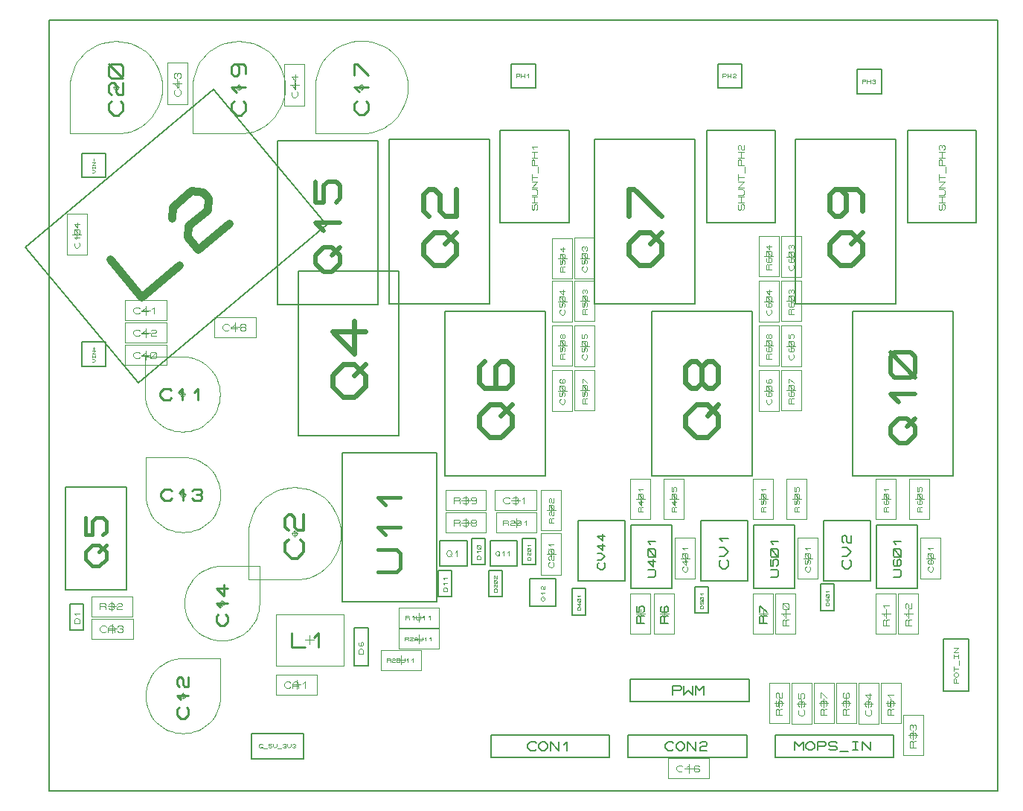
<source format=gbr>
G04 PROTEUS GERBER X2 FILE*
%TF.GenerationSoftware,Labcenter,Proteus,8.7-SP3-Build25561*%
%TF.CreationDate,2021-07-04T19:39:20+00:00*%
%TF.FileFunction,AssemblyDrawing,Top*%
%TF.FilePolarity,Positive*%
%TF.Part,Single*%
%TF.SameCoordinates,{804bfe34-88de-486f-8887-f5b9ed786e22}*%
%FSLAX45Y45*%
%MOMM*%
G01*
%TA.AperFunction,Profile*%
%ADD42C,0.203200*%
%TA.AperFunction,Material*%
%ADD48C,0.203200*%
%ADD115C,0.105410*%
%ADD116C,0.068580*%
%ADD117C,0.389040*%
%ADD118C,0.090090*%
%ADD119C,0.050000*%
%ADD120C,0.116250*%
%ADD121C,0.422590*%
%ADD122C,0.258330*%
%ADD123C,0.096190*%
%ADD124C,0.118750*%
%ADD125C,0.077500*%
%ADD126C,0.054860*%
%ADD127C,0.093000*%
%ADD128C,0.144780*%
%ADD129C,0.137160*%
%ADD130C,0.171450*%
%ADD131C,0.059690*%
%ADD132C,0.095000*%
%ADD133C,0.141000*%
%ADD134C,0.103290*%
%ADD135C,0.077470*%
%ADD136C,0.074610*%
%ADD52C,0.152400*%
%ADD137C,0.086530*%
%ADD138C,0.160020*%
%ADD139C,0.931330*%
%ADD140C,0.263750*%
%ADD141C,0.067300*%
%ADD142C,0.351660*%
%ADD143C,0.622300*%
%ADD144C,0.466720*%
%ADD145C,0.066420*%
%ADD146C,0.213750*%
%TD.AperFunction*%
D42*
X-1079500Y-6413500D02*
X+9715500Y-6413500D01*
X+9715500Y+2349500D01*
X-1079500Y+2349500D01*
X-1079500Y-6413500D01*
D48*
X+6403340Y+44450D02*
X+7185660Y+44450D01*
X+7185660Y+1098550D01*
X+6403340Y+1098550D01*
X+6403340Y+44450D01*
D115*
X+6815582Y+192024D02*
X+6826123Y+202565D01*
X+6826123Y+244729D01*
X+6815582Y+255270D01*
X+6805041Y+255270D01*
X+6794500Y+244729D01*
X+6794500Y+202565D01*
X+6783959Y+192024D01*
X+6773418Y+192024D01*
X+6762877Y+202565D01*
X+6762877Y+244729D01*
X+6773418Y+255270D01*
X+6826123Y+276352D02*
X+6762877Y+276352D01*
X+6762877Y+339598D02*
X+6826123Y+339598D01*
X+6794500Y+276352D02*
X+6794500Y+339598D01*
X+6762877Y+360680D02*
X+6815582Y+360680D01*
X+6826123Y+371221D01*
X+6826123Y+413385D01*
X+6815582Y+423926D01*
X+6762877Y+423926D01*
X+6826123Y+445008D02*
X+6762877Y+445008D01*
X+6826123Y+508254D01*
X+6762877Y+508254D01*
X+6762877Y+529336D02*
X+6762877Y+592582D01*
X+6762877Y+560959D02*
X+6826123Y+560959D01*
X+6836664Y+613664D02*
X+6836664Y+676910D01*
X+6826123Y+697992D02*
X+6762877Y+697992D01*
X+6762877Y+750697D01*
X+6773418Y+761238D01*
X+6783959Y+761238D01*
X+6794500Y+750697D01*
X+6794500Y+697992D01*
X+6826123Y+782320D02*
X+6762877Y+782320D01*
X+6762877Y+845566D02*
X+6826123Y+845566D01*
X+6794500Y+782320D02*
X+6794500Y+845566D01*
X+6773418Y+877189D02*
X+6762877Y+887730D01*
X+6762877Y+919353D01*
X+6773418Y+929894D01*
X+6783959Y+929894D01*
X+6794500Y+919353D01*
X+6794500Y+887730D01*
X+6805041Y+877189D01*
X+6826123Y+877189D01*
X+6826123Y+929894D01*
D48*
X+8689340Y+44450D02*
X+9471660Y+44450D01*
X+9471660Y+1098550D01*
X+8689340Y+1098550D01*
X+8689340Y+44450D01*
D115*
X+9101582Y+192024D02*
X+9112123Y+202565D01*
X+9112123Y+244729D01*
X+9101582Y+255270D01*
X+9091041Y+255270D01*
X+9080500Y+244729D01*
X+9080500Y+202565D01*
X+9069959Y+192024D01*
X+9059418Y+192024D01*
X+9048877Y+202565D01*
X+9048877Y+244729D01*
X+9059418Y+255270D01*
X+9112123Y+276352D02*
X+9048877Y+276352D01*
X+9048877Y+339598D02*
X+9112123Y+339598D01*
X+9080500Y+276352D02*
X+9080500Y+339598D01*
X+9048877Y+360680D02*
X+9101582Y+360680D01*
X+9112123Y+371221D01*
X+9112123Y+413385D01*
X+9101582Y+423926D01*
X+9048877Y+423926D01*
X+9112123Y+445008D02*
X+9048877Y+445008D01*
X+9112123Y+508254D01*
X+9048877Y+508254D01*
X+9048877Y+529336D02*
X+9048877Y+592582D01*
X+9048877Y+560959D02*
X+9112123Y+560959D01*
X+9122664Y+613664D02*
X+9122664Y+676910D01*
X+9112123Y+697992D02*
X+9048877Y+697992D01*
X+9048877Y+750697D01*
X+9059418Y+761238D01*
X+9069959Y+761238D01*
X+9080500Y+750697D01*
X+9080500Y+697992D01*
X+9112123Y+782320D02*
X+9048877Y+782320D01*
X+9048877Y+845566D02*
X+9112123Y+845566D01*
X+9080500Y+782320D02*
X+9080500Y+845566D01*
X+9059418Y+877189D02*
X+9048877Y+887730D01*
X+9048877Y+919353D01*
X+9059418Y+929894D01*
X+9069959Y+929894D01*
X+9080500Y+919353D01*
X+9091041Y+929894D01*
X+9101582Y+929894D01*
X+9112123Y+919353D01*
X+9112123Y+887730D01*
X+9101582Y+877189D01*
X+9080500Y+898271D02*
X+9080500Y+919353D01*
D48*
X+4053840Y+44450D02*
X+4836160Y+44450D01*
X+4836160Y+1098550D01*
X+4053840Y+1098550D01*
X+4053840Y+44450D01*
D115*
X+4466082Y+192024D02*
X+4476623Y+202565D01*
X+4476623Y+244729D01*
X+4466082Y+255270D01*
X+4455541Y+255270D01*
X+4445000Y+244729D01*
X+4445000Y+202565D01*
X+4434459Y+192024D01*
X+4423918Y+192024D01*
X+4413377Y+202565D01*
X+4413377Y+244729D01*
X+4423918Y+255270D01*
X+4476623Y+276352D02*
X+4413377Y+276352D01*
X+4413377Y+339598D02*
X+4476623Y+339598D01*
X+4445000Y+276352D02*
X+4445000Y+339598D01*
X+4413377Y+360680D02*
X+4466082Y+360680D01*
X+4476623Y+371221D01*
X+4476623Y+413385D01*
X+4466082Y+423926D01*
X+4413377Y+423926D01*
X+4476623Y+445008D02*
X+4413377Y+445008D01*
X+4476623Y+508254D01*
X+4413377Y+508254D01*
X+4413377Y+529336D02*
X+4413377Y+592582D01*
X+4413377Y+560959D02*
X+4476623Y+560959D01*
X+4487164Y+613664D02*
X+4487164Y+676910D01*
X+4476623Y+697992D02*
X+4413377Y+697992D01*
X+4413377Y+750697D01*
X+4423918Y+761238D01*
X+4434459Y+761238D01*
X+4445000Y+750697D01*
X+4445000Y+697992D01*
X+4476623Y+782320D02*
X+4413377Y+782320D01*
X+4413377Y+845566D02*
X+4476623Y+845566D01*
X+4445000Y+782320D02*
X+4445000Y+845566D01*
X+4434459Y+887730D02*
X+4413377Y+908812D01*
X+4476623Y+908812D01*
D48*
X+4180840Y+1577340D02*
X+4455160Y+1577340D01*
X+4455160Y+1851660D01*
X+4180840Y+1851660D01*
X+4180840Y+1577340D01*
D116*
X+4235704Y+1693926D02*
X+4235704Y+1735074D01*
X+4269994Y+1735074D01*
X+4276852Y+1728216D01*
X+4276852Y+1721358D01*
X+4269994Y+1714500D01*
X+4235704Y+1714500D01*
X+4290568Y+1693926D02*
X+4290568Y+1735074D01*
X+4331716Y+1735074D02*
X+4331716Y+1693926D01*
X+4290568Y+1714500D02*
X+4331716Y+1714500D01*
X+4359148Y+1721358D02*
X+4372864Y+1735074D01*
X+4372864Y+1693926D01*
D48*
X+6530340Y+1577340D02*
X+6804660Y+1577340D01*
X+6804660Y+1851660D01*
X+6530340Y+1851660D01*
X+6530340Y+1577340D01*
D116*
X+6585204Y+1693926D02*
X+6585204Y+1735074D01*
X+6619494Y+1735074D01*
X+6626352Y+1728216D01*
X+6626352Y+1721358D01*
X+6619494Y+1714500D01*
X+6585204Y+1714500D01*
X+6640068Y+1693926D02*
X+6640068Y+1735074D01*
X+6681216Y+1735074D02*
X+6681216Y+1693926D01*
X+6640068Y+1714500D02*
X+6681216Y+1714500D01*
X+6701790Y+1728216D02*
X+6708648Y+1735074D01*
X+6729222Y+1735074D01*
X+6736080Y+1728216D01*
X+6736080Y+1721358D01*
X+6729222Y+1714500D01*
X+6708648Y+1714500D01*
X+6701790Y+1707642D01*
X+6701790Y+1693926D01*
X+6736080Y+1693926D01*
D48*
X+8117840Y+1513840D02*
X+8392160Y+1513840D01*
X+8392160Y+1788160D01*
X+8117840Y+1788160D01*
X+8117840Y+1513840D01*
D116*
X+8172704Y+1630426D02*
X+8172704Y+1671574D01*
X+8206994Y+1671574D01*
X+8213852Y+1664716D01*
X+8213852Y+1657858D01*
X+8206994Y+1651000D01*
X+8172704Y+1651000D01*
X+8227568Y+1630426D02*
X+8227568Y+1671574D01*
X+8268716Y+1671574D02*
X+8268716Y+1630426D01*
X+8227568Y+1651000D02*
X+8268716Y+1651000D01*
X+8289290Y+1664716D02*
X+8296148Y+1671574D01*
X+8316722Y+1671574D01*
X+8323580Y+1664716D01*
X+8323580Y+1657858D01*
X+8316722Y+1651000D01*
X+8323580Y+1644142D01*
X+8323580Y+1637284D01*
X+8316722Y+1630426D01*
X+8296148Y+1630426D01*
X+8289290Y+1637284D01*
X+8303006Y+1651000D02*
X+8316722Y+1651000D01*
D48*
X-895350Y-4127500D02*
X-196850Y-4127500D01*
X-196850Y-2960370D01*
X-895350Y-2960370D01*
X-895350Y-4127500D01*
D117*
X-585004Y-3855169D02*
X-662813Y-3777361D01*
X-662813Y-3699552D01*
X-585004Y-3621744D01*
X-507196Y-3621744D01*
X-429387Y-3699552D01*
X-429387Y-3777361D01*
X-507196Y-3855169D01*
X-585004Y-3855169D01*
X-507196Y-3699552D02*
X-429387Y-3621744D01*
X-662813Y-3310510D02*
X-662813Y-3505031D01*
X-585004Y-3505031D01*
X-585004Y-3349414D01*
X-546100Y-3310510D01*
X-468291Y-3310510D01*
X-429387Y-3349414D01*
X-429387Y-3466127D01*
X-468291Y-3505031D01*
D48*
X-837080Y-4584750D02*
X-686920Y-4584750D01*
X-686920Y-4286300D01*
X-837080Y-4286300D01*
X-837080Y-4584750D01*
D118*
X-734971Y-4507601D02*
X-789028Y-4507601D01*
X-789028Y-4471563D01*
X-771009Y-4453544D01*
X-752990Y-4453544D01*
X-734971Y-4471563D01*
X-734971Y-4507601D01*
X-771009Y-4417506D02*
X-789028Y-4399487D01*
X-734971Y-4399487D01*
D119*
X-593000Y-4433000D02*
X-133000Y-4433000D01*
X-133000Y-4203000D01*
X-593000Y-4203000D01*
X-593000Y-4433000D01*
X-363000Y-4268000D02*
X-363000Y-4368000D01*
X-313000Y-4318000D02*
X-413000Y-4318000D01*
D120*
X-502500Y-4352875D02*
X-502500Y-4283125D01*
X-444375Y-4283125D01*
X-432750Y-4294750D01*
X-432750Y-4306375D01*
X-444375Y-4318000D01*
X-502500Y-4318000D01*
X-444375Y-4318000D02*
X-432750Y-4329625D01*
X-432750Y-4352875D01*
X-397875Y-4294750D02*
X-386250Y-4283125D01*
X-351375Y-4283125D01*
X-339750Y-4294750D01*
X-339750Y-4306375D01*
X-351375Y-4318000D01*
X-339750Y-4329625D01*
X-339750Y-4341250D01*
X-351375Y-4352875D01*
X-386250Y-4352875D01*
X-397875Y-4341250D01*
X-374625Y-4318000D02*
X-351375Y-4318000D01*
X-304875Y-4294750D02*
X-293250Y-4283125D01*
X-258375Y-4283125D01*
X-246750Y-4294750D01*
X-246750Y-4306375D01*
X-258375Y-4318000D01*
X-293250Y-4318000D01*
X-304875Y-4329625D01*
X-304875Y-4352875D01*
X-246750Y-4352875D01*
D48*
X+2256790Y-4260850D02*
X+3331210Y-4260850D01*
X+3331210Y-2570480D01*
X+2256790Y-2570480D01*
X+2256790Y-4260850D01*
D121*
X+2667223Y-3922774D02*
X+2878519Y-3922774D01*
X+2920778Y-3880515D01*
X+2920778Y-3711479D01*
X+2878519Y-3669220D01*
X+2667223Y-3669220D01*
X+2751741Y-3500183D02*
X+2667223Y-3415665D01*
X+2920778Y-3415665D01*
X+2751741Y-3162110D02*
X+2667223Y-3077592D01*
X+2920778Y-3077592D01*
D119*
X+2272500Y-4409000D02*
X+1502500Y-4409000D01*
X+1502500Y-4989000D01*
X+2272500Y-4989000D01*
X+2272500Y-4409000D01*
X+1887500Y-4749000D02*
X+1887500Y-4649000D01*
X+1837500Y-4699000D02*
X+1937500Y-4699000D01*
D122*
X+1680834Y-4621500D02*
X+1680834Y-4776500D01*
X+1835833Y-4776500D01*
X+1939166Y-4673167D02*
X+1990833Y-4621500D01*
X+1990833Y-4776500D01*
D48*
X+2389677Y-4990787D02*
X+2549997Y-4990787D01*
X+2549997Y-4561887D01*
X+2389677Y-4561887D01*
X+2389677Y-4990787D01*
D123*
X+2498695Y-4853290D02*
X+2440980Y-4853290D01*
X+2440980Y-4814814D01*
X+2460218Y-4795576D01*
X+2479457Y-4795576D01*
X+2498695Y-4814814D01*
X+2498695Y-4853290D01*
X+2450599Y-4718623D02*
X+2440980Y-4728242D01*
X+2440980Y-4757099D01*
X+2450599Y-4766718D01*
X+2489076Y-4766718D01*
X+2498695Y-4757099D01*
X+2498695Y-4728242D01*
X+2489076Y-4718623D01*
X+2479457Y-4718623D01*
X+2469837Y-4728242D01*
X+2469837Y-4766718D01*
D119*
X-593000Y-4687000D02*
X-123000Y-4687000D01*
X-123000Y-4457000D01*
X-593000Y-4457000D01*
X-593000Y-4687000D01*
X-358000Y-4522000D02*
X-358000Y-4622000D01*
X-308000Y-4572000D02*
X-408000Y-4572000D01*
D124*
X-429250Y-4595750D02*
X-441125Y-4607625D01*
X-476750Y-4607625D01*
X-500500Y-4583875D01*
X-500500Y-4560125D01*
X-476750Y-4536375D01*
X-441125Y-4536375D01*
X-429250Y-4548250D01*
X-405500Y-4607625D02*
X-405500Y-4560125D01*
X-381750Y-4536375D01*
X-358000Y-4536375D01*
X-334250Y-4560125D01*
X-334250Y-4607625D01*
X-405500Y-4583875D02*
X-334250Y-4583875D01*
X-298625Y-4548250D02*
X-286750Y-4536375D01*
X-251125Y-4536375D01*
X-239250Y-4548250D01*
X-239250Y-4560125D01*
X-251125Y-4572000D01*
X-239250Y-4583875D01*
X-239250Y-4595750D01*
X-251125Y-4607625D01*
X-286750Y-4607625D01*
X-298625Y-4595750D01*
X-274875Y-4572000D02*
X-251125Y-4572000D01*
D119*
X+3359500Y-4330000D02*
X+2899500Y-4330000D01*
X+2899500Y-4560000D01*
X+3359500Y-4560000D01*
X+3359500Y-4330000D01*
X+3129500Y-4495000D02*
X+3129500Y-4395000D01*
X+3079500Y-4445000D02*
X+3179500Y-4445000D01*
D125*
X+2974500Y-4468250D02*
X+2974500Y-4421750D01*
X+3013250Y-4421750D01*
X+3021000Y-4429500D01*
X+3021000Y-4437250D01*
X+3013250Y-4445000D01*
X+2974500Y-4445000D01*
X+3013250Y-4445000D02*
X+3021000Y-4452750D01*
X+3021000Y-4468250D01*
X+3052000Y-4437250D02*
X+3067500Y-4421750D01*
X+3067500Y-4468250D01*
X+3098500Y-4421750D02*
X+3098500Y-4460500D01*
X+3106250Y-4468250D01*
X+3137250Y-4468250D01*
X+3145000Y-4460500D01*
X+3145000Y-4421750D01*
X+3176000Y-4437250D02*
X+3191500Y-4421750D01*
X+3191500Y-4468250D01*
X+3238000Y-4437250D02*
X+3253500Y-4421750D01*
X+3253500Y-4468250D01*
D119*
X+258000Y-1345500D02*
X-212000Y-1345500D01*
X-212000Y-1575500D01*
X+258000Y-1575500D01*
X+258000Y-1345500D01*
X+23000Y-1510500D02*
X+23000Y-1410500D01*
X-27000Y-1460500D02*
X+73000Y-1460500D01*
D124*
X-48250Y-1484250D02*
X-60125Y-1496125D01*
X-95750Y-1496125D01*
X-119500Y-1472375D01*
X-119500Y-1448625D01*
X-95750Y-1424875D01*
X-60125Y-1424875D01*
X-48250Y-1436750D01*
X+46750Y-1472375D02*
X-24500Y-1472375D01*
X+23000Y-1424875D01*
X+23000Y-1496125D01*
X+70500Y-1484250D02*
X+70500Y-1436750D01*
X+82375Y-1424875D01*
X+129875Y-1424875D01*
X+141750Y-1436750D01*
X+141750Y-1484250D01*
X+129875Y-1496125D01*
X+82375Y-1496125D01*
X+70500Y-1484250D01*
X+70500Y-1496125D02*
X+141750Y-1424875D01*
D119*
X+258000Y-837500D02*
X-212000Y-837500D01*
X-212000Y-1067500D01*
X+258000Y-1067500D01*
X+258000Y-837500D01*
X+23000Y-1002500D02*
X+23000Y-902500D01*
X-27000Y-952500D02*
X+73000Y-952500D01*
D124*
X-48250Y-976250D02*
X-60125Y-988125D01*
X-95750Y-988125D01*
X-119500Y-964375D01*
X-119500Y-940625D01*
X-95750Y-916875D01*
X-60125Y-916875D01*
X-48250Y-928750D01*
X+46750Y-964375D02*
X-24500Y-964375D01*
X+23000Y-916875D01*
X+23000Y-988125D01*
X+94250Y-940625D02*
X+118000Y-916875D01*
X+118000Y-988125D01*
D119*
X+258000Y-1091500D02*
X-212000Y-1091500D01*
X-212000Y-1321500D01*
X+258000Y-1321500D01*
X+258000Y-1091500D01*
X+23000Y-1256500D02*
X+23000Y-1156500D01*
X-27000Y-1206500D02*
X+73000Y-1206500D01*
D124*
X-48250Y-1230250D02*
X-60125Y-1242125D01*
X-95750Y-1242125D01*
X-119500Y-1218375D01*
X-119500Y-1194625D01*
X-95750Y-1170875D01*
X-60125Y-1170875D01*
X-48250Y-1182750D01*
X+46750Y-1218375D02*
X-24500Y-1218375D01*
X+23000Y-1170875D01*
X+23000Y-1242125D01*
X+82375Y-1182750D02*
X+94250Y-1170875D01*
X+129875Y-1170875D01*
X+141750Y-1182750D01*
X+141750Y-1194625D01*
X+129875Y-1206500D01*
X+94250Y-1206500D01*
X+82375Y-1218375D01*
X+82375Y-1242125D01*
X+141750Y-1242125D01*
D119*
X+266000Y+1863000D02*
X+266000Y+1393000D01*
X+496000Y+1393000D01*
X+496000Y+1863000D01*
X+266000Y+1863000D01*
X+431000Y+1628000D02*
X+331000Y+1628000D01*
X+381000Y+1578000D02*
X+381000Y+1678000D01*
D124*
X+404750Y+1556750D02*
X+416625Y+1544875D01*
X+416625Y+1509250D01*
X+392875Y+1485500D01*
X+369125Y+1485500D01*
X+345375Y+1509250D01*
X+345375Y+1544875D01*
X+357250Y+1556750D01*
X+392875Y+1651750D02*
X+392875Y+1580500D01*
X+345375Y+1628000D01*
X+416625Y+1628000D01*
X+357250Y+1687375D02*
X+345375Y+1699250D01*
X+345375Y+1734875D01*
X+357250Y+1746750D01*
X+369125Y+1746750D01*
X+381000Y+1734875D01*
X+392875Y+1746750D01*
X+404750Y+1746750D01*
X+416625Y+1734875D01*
X+416625Y+1699250D01*
X+404750Y+1687375D01*
X+381000Y+1711125D02*
X+381000Y+1734875D01*
D119*
X+1599500Y+1845500D02*
X+1599500Y+1375500D01*
X+1829500Y+1375500D01*
X+1829500Y+1845500D01*
X+1599500Y+1845500D01*
X+1764500Y+1610500D02*
X+1664500Y+1610500D01*
X+1714500Y+1560500D02*
X+1714500Y+1660500D01*
D124*
X+1738250Y+1539250D02*
X+1750125Y+1527375D01*
X+1750125Y+1491750D01*
X+1726375Y+1468000D01*
X+1702625Y+1468000D01*
X+1678875Y+1491750D01*
X+1678875Y+1527375D01*
X+1690750Y+1539250D01*
X+1726375Y+1634250D02*
X+1726375Y+1563000D01*
X+1678875Y+1610500D01*
X+1750125Y+1610500D01*
X+1726375Y+1729250D02*
X+1726375Y+1658000D01*
X+1678875Y+1705500D01*
X+1750125Y+1705500D01*
D119*
X+804000Y-1258000D02*
X+1274000Y-1258000D01*
X+1274000Y-1028000D01*
X+804000Y-1028000D01*
X+804000Y-1258000D01*
X+1039000Y-1093000D02*
X+1039000Y-1193000D01*
X+1089000Y-1143000D02*
X+989000Y-1143000D01*
D124*
X+967750Y-1166750D02*
X+955875Y-1178625D01*
X+920250Y-1178625D01*
X+896500Y-1154875D01*
X+896500Y-1131125D01*
X+920250Y-1107375D01*
X+955875Y-1107375D01*
X+967750Y-1119250D01*
X+1062750Y-1154875D02*
X+991500Y-1154875D01*
X+1039000Y-1107375D01*
X+1039000Y-1178625D01*
X+1110250Y-1143000D02*
X+1098375Y-1131125D01*
X+1098375Y-1119250D01*
X+1110250Y-1107375D01*
X+1145875Y-1107375D01*
X+1157750Y-1119250D01*
X+1157750Y-1131125D01*
X+1145875Y-1143000D01*
X+1110250Y-1143000D01*
X+1098375Y-1154875D01*
X+1098375Y-1166750D01*
X+1110250Y-1178625D01*
X+1145875Y-1178625D01*
X+1157750Y-1166750D01*
X+1157750Y-1154875D01*
X+1145875Y-1143000D01*
D48*
X-708660Y+561340D02*
X-434340Y+561340D01*
X-434340Y+835660D01*
X-708660Y+835660D01*
X-708660Y+561340D01*
D126*
X-587959Y+610718D02*
X-571500Y+610718D01*
X-555040Y+627177D01*
X-571500Y+643636D01*
X-587959Y+643636D01*
X-587959Y+660095D02*
X-587959Y+682040D01*
X-587959Y+671068D02*
X-555040Y+671068D01*
X-555040Y+660095D02*
X-555040Y+682040D01*
X-555040Y+698500D02*
X-587959Y+698500D01*
X-555040Y+731418D01*
X-587959Y+731418D01*
X-571500Y+747877D02*
X-571500Y+775309D01*
D48*
X-708660Y-1584960D02*
X-434340Y-1584960D01*
X-434340Y-1310640D01*
X-708660Y-1310640D01*
X-708660Y-1584960D01*
D126*
X-587959Y-1535582D02*
X-571500Y-1535582D01*
X-555040Y-1519123D01*
X-571500Y-1502664D01*
X-587959Y-1502664D01*
X-587959Y-1486205D02*
X-587959Y-1464260D01*
X-587959Y-1475232D02*
X-555040Y-1475232D01*
X-555040Y-1486205D02*
X-555040Y-1464260D01*
X-555040Y-1447800D02*
X-587959Y-1447800D01*
X-555040Y-1414882D01*
X-587959Y-1414882D01*
X-571500Y-1403909D02*
X-571500Y-1370991D01*
X-582472Y-1387450D02*
X-560527Y-1387450D01*
D119*
X+1972500Y-5092000D02*
X+1502500Y-5092000D01*
X+1502500Y-5322000D01*
X+1972500Y-5322000D01*
X+1972500Y-5092000D01*
X+1737500Y-5257000D02*
X+1737500Y-5157000D01*
X+1687500Y-5207000D02*
X+1787500Y-5207000D01*
D124*
X+1666250Y-5230750D02*
X+1654375Y-5242625D01*
X+1618750Y-5242625D01*
X+1595000Y-5218875D01*
X+1595000Y-5195125D01*
X+1618750Y-5171375D01*
X+1654375Y-5171375D01*
X+1666250Y-5183250D01*
X+1690000Y-5242625D02*
X+1690000Y-5195125D01*
X+1713750Y-5171375D01*
X+1737500Y-5171375D01*
X+1761250Y-5195125D01*
X+1761250Y-5242625D01*
X+1690000Y-5218875D02*
X+1761250Y-5218875D01*
X+1808750Y-5195125D02*
X+1832500Y-5171375D01*
X+1832500Y-5242625D01*
D119*
X+5917500Y-2863500D02*
X+5917500Y-3323500D01*
X+6147500Y-3323500D01*
X+6147500Y-2863500D01*
X+5917500Y-2863500D01*
X+6082500Y-3093500D02*
X+5982500Y-3093500D01*
X+6032500Y-3143500D02*
X+6032500Y-3043500D01*
D127*
X+6060400Y-3242300D02*
X+6004600Y-3242300D01*
X+6004600Y-3195800D01*
X+6013900Y-3186500D01*
X+6023200Y-3186500D01*
X+6032500Y-3195800D01*
X+6032500Y-3242300D01*
X+6032500Y-3195800D02*
X+6041800Y-3186500D01*
X+6060400Y-3186500D01*
X+6041800Y-3112100D02*
X+6041800Y-3167900D01*
X+6004600Y-3130700D01*
X+6060400Y-3130700D01*
X+6051100Y-3093500D02*
X+6013900Y-3093500D01*
X+6004600Y-3084200D01*
X+6004600Y-3047000D01*
X+6013900Y-3037700D01*
X+6051100Y-3037700D01*
X+6060400Y-3047000D01*
X+6060400Y-3084200D01*
X+6051100Y-3093500D01*
X+6060400Y-3093500D02*
X+6004600Y-3037700D01*
X+6004600Y-2963300D02*
X+6004600Y-3009800D01*
X+6023200Y-3009800D01*
X+6023200Y-2972600D01*
X+6032500Y-2963300D01*
X+6051100Y-2963300D01*
X+6060400Y-2972600D01*
X+6060400Y-3000500D01*
X+6051100Y-3009800D01*
D119*
X+5536500Y-2863500D02*
X+5536500Y-3323500D01*
X+5766500Y-3323500D01*
X+5766500Y-2863500D01*
X+5536500Y-2863500D01*
X+5701500Y-3093500D02*
X+5601500Y-3093500D01*
X+5651500Y-3143500D02*
X+5651500Y-3043500D01*
D127*
X+5679400Y-3242300D02*
X+5623600Y-3242300D01*
X+5623600Y-3195800D01*
X+5632900Y-3186500D01*
X+5642200Y-3186500D01*
X+5651500Y-3195800D01*
X+5651500Y-3242300D01*
X+5651500Y-3195800D02*
X+5660800Y-3186500D01*
X+5679400Y-3186500D01*
X+5660800Y-3112100D02*
X+5660800Y-3167900D01*
X+5623600Y-3130700D01*
X+5679400Y-3130700D01*
X+5670100Y-3093500D02*
X+5632900Y-3093500D01*
X+5623600Y-3084200D01*
X+5623600Y-3047000D01*
X+5632900Y-3037700D01*
X+5670100Y-3037700D01*
X+5679400Y-3047000D01*
X+5679400Y-3084200D01*
X+5670100Y-3093500D01*
X+5679400Y-3093500D02*
X+5623600Y-3037700D01*
X+5642200Y-3000500D02*
X+5623600Y-2981900D01*
X+5679400Y-2981900D01*
D48*
X+5544820Y-4114800D02*
X+6012180Y-4114800D01*
X+6012180Y-3390900D01*
X+5544820Y-3390900D01*
X+5544820Y-4114800D01*
D128*
X+5735066Y-3984498D02*
X+5807456Y-3984498D01*
X+5821934Y-3970020D01*
X+5821934Y-3912108D01*
X+5807456Y-3897630D01*
X+5735066Y-3897630D01*
X+5792978Y-3781806D02*
X+5792978Y-3868674D01*
X+5735066Y-3810762D01*
X+5821934Y-3810762D01*
X+5807456Y-3752850D02*
X+5749544Y-3752850D01*
X+5735066Y-3738372D01*
X+5735066Y-3680460D01*
X+5749544Y-3665982D01*
X+5807456Y-3665982D01*
X+5821934Y-3680460D01*
X+5821934Y-3738372D01*
X+5807456Y-3752850D01*
X+5821934Y-3752850D02*
X+5735066Y-3665982D01*
X+5764022Y-3608070D02*
X+5735066Y-3579114D01*
X+5821934Y-3579114D01*
D48*
X+6941820Y-4114800D02*
X+7409180Y-4114800D01*
X+7409180Y-3390900D01*
X+6941820Y-3390900D01*
X+6941820Y-4114800D01*
D128*
X+7132066Y-3984498D02*
X+7204456Y-3984498D01*
X+7218934Y-3970020D01*
X+7218934Y-3912108D01*
X+7204456Y-3897630D01*
X+7132066Y-3897630D01*
X+7132066Y-3781806D02*
X+7132066Y-3854196D01*
X+7161022Y-3854196D01*
X+7161022Y-3796284D01*
X+7175500Y-3781806D01*
X+7204456Y-3781806D01*
X+7218934Y-3796284D01*
X+7218934Y-3839718D01*
X+7204456Y-3854196D01*
X+7204456Y-3752850D02*
X+7146544Y-3752850D01*
X+7132066Y-3738372D01*
X+7132066Y-3680460D01*
X+7146544Y-3665982D01*
X+7204456Y-3665982D01*
X+7218934Y-3680460D01*
X+7218934Y-3738372D01*
X+7204456Y-3752850D01*
X+7218934Y-3752850D02*
X+7132066Y-3665982D01*
X+7161022Y-3608070D02*
X+7132066Y-3579114D01*
X+7218934Y-3579114D01*
D48*
X+8338820Y-4114800D02*
X+8806180Y-4114800D01*
X+8806180Y-3390900D01*
X+8338820Y-3390900D01*
X+8338820Y-4114800D01*
D128*
X+8529066Y-3984498D02*
X+8601456Y-3984498D01*
X+8615934Y-3970020D01*
X+8615934Y-3912108D01*
X+8601456Y-3897630D01*
X+8529066Y-3897630D01*
X+8543544Y-3781806D02*
X+8529066Y-3796284D01*
X+8529066Y-3839718D01*
X+8543544Y-3854196D01*
X+8601456Y-3854196D01*
X+8615934Y-3839718D01*
X+8615934Y-3796284D01*
X+8601456Y-3781806D01*
X+8586978Y-3781806D01*
X+8572500Y-3796284D01*
X+8572500Y-3854196D01*
X+8601456Y-3752850D02*
X+8543544Y-3752850D01*
X+8529066Y-3738372D01*
X+8529066Y-3680460D01*
X+8543544Y-3665982D01*
X+8601456Y-3665982D01*
X+8615934Y-3680460D01*
X+8615934Y-3738372D01*
X+8601456Y-3752850D01*
X+8615934Y-3752850D02*
X+8529066Y-3665982D01*
X+8558022Y-3608070D02*
X+8529066Y-3579114D01*
X+8615934Y-3579114D01*
D119*
X+6933500Y-2863500D02*
X+6933500Y-3323500D01*
X+7163500Y-3323500D01*
X+7163500Y-2863500D01*
X+6933500Y-2863500D01*
X+7098500Y-3093500D02*
X+6998500Y-3093500D01*
X+7048500Y-3143500D02*
X+7048500Y-3043500D01*
D127*
X+7076400Y-3242300D02*
X+7020600Y-3242300D01*
X+7020600Y-3195800D01*
X+7029900Y-3186500D01*
X+7039200Y-3186500D01*
X+7048500Y-3195800D01*
X+7048500Y-3242300D01*
X+7048500Y-3195800D02*
X+7057800Y-3186500D01*
X+7076400Y-3186500D01*
X+7020600Y-3112100D02*
X+7020600Y-3158600D01*
X+7039200Y-3158600D01*
X+7039200Y-3121400D01*
X+7048500Y-3112100D01*
X+7067100Y-3112100D01*
X+7076400Y-3121400D01*
X+7076400Y-3149300D01*
X+7067100Y-3158600D01*
X+7067100Y-3093500D02*
X+7029900Y-3093500D01*
X+7020600Y-3084200D01*
X+7020600Y-3047000D01*
X+7029900Y-3037700D01*
X+7067100Y-3037700D01*
X+7076400Y-3047000D01*
X+7076400Y-3084200D01*
X+7067100Y-3093500D01*
X+7076400Y-3093500D02*
X+7020600Y-3037700D01*
X+7039200Y-3000500D02*
X+7020600Y-2981900D01*
X+7076400Y-2981900D01*
D48*
X+4942840Y-4025900D02*
X+5471160Y-4025900D01*
X+5471160Y-3340100D01*
X+4942840Y-3340100D01*
X+4942840Y-4025900D01*
D129*
X+5234432Y-3820160D02*
X+5248148Y-3833876D01*
X+5248148Y-3875024D01*
X+5220716Y-3902456D01*
X+5193284Y-3902456D01*
X+5165852Y-3875024D01*
X+5165852Y-3833876D01*
X+5179568Y-3820160D01*
X+5165852Y-3792728D02*
X+5207000Y-3792728D01*
X+5248148Y-3751580D01*
X+5207000Y-3710432D01*
X+5165852Y-3710432D01*
X+5220716Y-3600704D02*
X+5220716Y-3683000D01*
X+5165852Y-3628136D01*
X+5248148Y-3628136D01*
X+5220716Y-3490976D02*
X+5220716Y-3573272D01*
X+5165852Y-3518408D01*
X+5248148Y-3518408D01*
D48*
X+6339840Y-4025900D02*
X+6868160Y-4025900D01*
X+6868160Y-3340100D01*
X+6339840Y-3340100D01*
X+6339840Y-4025900D01*
D130*
X+6638290Y-3785870D02*
X+6655435Y-3803015D01*
X+6655435Y-3854450D01*
X+6621145Y-3888740D01*
X+6586855Y-3888740D01*
X+6552565Y-3854450D01*
X+6552565Y-3803015D01*
X+6569710Y-3785870D01*
X+6552565Y-3751580D02*
X+6604000Y-3751580D01*
X+6655435Y-3700145D01*
X+6604000Y-3648710D01*
X+6552565Y-3648710D01*
X+6586855Y-3580130D02*
X+6552565Y-3545840D01*
X+6655435Y-3545840D01*
D48*
X+7736840Y-4025900D02*
X+8265160Y-4025900D01*
X+8265160Y-3340100D01*
X+7736840Y-3340100D01*
X+7736840Y-4025900D01*
D130*
X+8035290Y-3785870D02*
X+8052435Y-3803015D01*
X+8052435Y-3854450D01*
X+8018145Y-3888740D01*
X+7983855Y-3888740D01*
X+7949565Y-3854450D01*
X+7949565Y-3803015D01*
X+7966710Y-3785870D01*
X+7949565Y-3751580D02*
X+8001000Y-3751580D01*
X+8052435Y-3700145D01*
X+8001000Y-3648710D01*
X+7949565Y-3648710D01*
X+7966710Y-3597275D02*
X+7949565Y-3580130D01*
X+7949565Y-3528695D01*
X+7966710Y-3511550D01*
X+7983855Y-3511550D01*
X+8001000Y-3528695D01*
X+8001000Y-3580130D01*
X+8018145Y-3597275D01*
X+8052435Y-3597275D01*
X+8052435Y-3511550D01*
D48*
X+4877920Y-4413250D02*
X+5028080Y-4413250D01*
X+5028080Y-4114800D01*
X+4877920Y-4114800D01*
X+4877920Y-4413250D01*
D131*
X+4970907Y-4359529D02*
X+4935093Y-4359529D01*
X+4935093Y-4335653D01*
X+4947031Y-4323715D01*
X+4958969Y-4323715D01*
X+4970907Y-4335653D01*
X+4970907Y-4359529D01*
X+4958969Y-4275963D02*
X+4958969Y-4311777D01*
X+4935093Y-4287901D01*
X+4970907Y-4287901D01*
X+4964938Y-4264025D02*
X+4941062Y-4264025D01*
X+4935093Y-4258056D01*
X+4935093Y-4234180D01*
X+4941062Y-4228211D01*
X+4964938Y-4228211D01*
X+4970907Y-4234180D01*
X+4970907Y-4258056D01*
X+4964938Y-4264025D01*
X+4970907Y-4264025D02*
X+4935093Y-4228211D01*
X+4947031Y-4204335D02*
X+4935093Y-4192397D01*
X+4970907Y-4192397D01*
D48*
X+6274920Y-4394200D02*
X+6425080Y-4394200D01*
X+6425080Y-4095750D01*
X+6274920Y-4095750D01*
X+6274920Y-4394200D01*
D131*
X+6367907Y-4340479D02*
X+6332093Y-4340479D01*
X+6332093Y-4316603D01*
X+6344031Y-4304665D01*
X+6355969Y-4304665D01*
X+6367907Y-4316603D01*
X+6367907Y-4340479D01*
X+6332093Y-4256913D02*
X+6332093Y-4286758D01*
X+6344031Y-4286758D01*
X+6344031Y-4262882D01*
X+6350000Y-4256913D01*
X+6361938Y-4256913D01*
X+6367907Y-4262882D01*
X+6367907Y-4280789D01*
X+6361938Y-4286758D01*
X+6361938Y-4244975D02*
X+6338062Y-4244975D01*
X+6332093Y-4239006D01*
X+6332093Y-4215130D01*
X+6338062Y-4209161D01*
X+6361938Y-4209161D01*
X+6367907Y-4215130D01*
X+6367907Y-4239006D01*
X+6361938Y-4244975D01*
X+6367907Y-4244975D02*
X+6332093Y-4209161D01*
X+6344031Y-4185285D02*
X+6332093Y-4173347D01*
X+6367907Y-4173347D01*
D48*
X+7703670Y-4362450D02*
X+7853830Y-4362450D01*
X+7853830Y-4064000D01*
X+7703670Y-4064000D01*
X+7703670Y-4362450D01*
D131*
X+7796657Y-4308729D02*
X+7760843Y-4308729D01*
X+7760843Y-4284853D01*
X+7772781Y-4272915D01*
X+7784719Y-4272915D01*
X+7796657Y-4284853D01*
X+7796657Y-4308729D01*
X+7766812Y-4225163D02*
X+7760843Y-4231132D01*
X+7760843Y-4249039D01*
X+7766812Y-4255008D01*
X+7790688Y-4255008D01*
X+7796657Y-4249039D01*
X+7796657Y-4231132D01*
X+7790688Y-4225163D01*
X+7784719Y-4225163D01*
X+7778750Y-4231132D01*
X+7778750Y-4255008D01*
X+7790688Y-4213225D02*
X+7766812Y-4213225D01*
X+7760843Y-4207256D01*
X+7760843Y-4183380D01*
X+7766812Y-4177411D01*
X+7790688Y-4177411D01*
X+7796657Y-4183380D01*
X+7796657Y-4207256D01*
X+7790688Y-4213225D01*
X+7796657Y-4213225D02*
X+7760843Y-4177411D01*
X+7772781Y-4153535D02*
X+7760843Y-4141597D01*
X+7796657Y-4141597D01*
D119*
X+6044500Y-3534500D02*
X+6044500Y-4004500D01*
X+6274500Y-4004500D01*
X+6274500Y-3534500D01*
X+6044500Y-3534500D01*
X+6209500Y-3769500D02*
X+6109500Y-3769500D01*
X+6159500Y-3819500D02*
X+6159500Y-3719500D01*
D132*
X+6178500Y-3864500D02*
X+6188000Y-3874000D01*
X+6188000Y-3902500D01*
X+6169000Y-3921500D01*
X+6150000Y-3921500D01*
X+6131000Y-3902500D01*
X+6131000Y-3874000D01*
X+6140500Y-3864500D01*
X+6169000Y-3788500D02*
X+6169000Y-3845500D01*
X+6131000Y-3807500D01*
X+6188000Y-3807500D01*
X+6178500Y-3769500D02*
X+6140500Y-3769500D01*
X+6131000Y-3760000D01*
X+6131000Y-3722000D01*
X+6140500Y-3712500D01*
X+6178500Y-3712500D01*
X+6188000Y-3722000D01*
X+6188000Y-3760000D01*
X+6178500Y-3769500D01*
X+6188000Y-3769500D02*
X+6131000Y-3712500D01*
X+6150000Y-3674500D02*
X+6131000Y-3655500D01*
X+6188000Y-3655500D01*
D119*
X+7441500Y-3534500D02*
X+7441500Y-4004500D01*
X+7671500Y-4004500D01*
X+7671500Y-3534500D01*
X+7441500Y-3534500D01*
X+7606500Y-3769500D02*
X+7506500Y-3769500D01*
X+7556500Y-3819500D02*
X+7556500Y-3719500D01*
D132*
X+7575500Y-3864500D02*
X+7585000Y-3874000D01*
X+7585000Y-3902500D01*
X+7566000Y-3921500D01*
X+7547000Y-3921500D01*
X+7528000Y-3902500D01*
X+7528000Y-3874000D01*
X+7537500Y-3864500D01*
X+7528000Y-3788500D02*
X+7528000Y-3836000D01*
X+7547000Y-3836000D01*
X+7547000Y-3798000D01*
X+7556500Y-3788500D01*
X+7575500Y-3788500D01*
X+7585000Y-3798000D01*
X+7585000Y-3826500D01*
X+7575500Y-3836000D01*
X+7575500Y-3769500D02*
X+7537500Y-3769500D01*
X+7528000Y-3760000D01*
X+7528000Y-3722000D01*
X+7537500Y-3712500D01*
X+7575500Y-3712500D01*
X+7585000Y-3722000D01*
X+7585000Y-3760000D01*
X+7575500Y-3769500D01*
X+7585000Y-3769500D02*
X+7528000Y-3712500D01*
X+7547000Y-3674500D02*
X+7528000Y-3655500D01*
X+7585000Y-3655500D01*
D119*
X+8838500Y-3534500D02*
X+8838500Y-4004500D01*
X+9068500Y-4004500D01*
X+9068500Y-3534500D01*
X+8838500Y-3534500D01*
X+9003500Y-3769500D02*
X+8903500Y-3769500D01*
X+8953500Y-3819500D02*
X+8953500Y-3719500D01*
D132*
X+8972500Y-3864500D02*
X+8982000Y-3874000D01*
X+8982000Y-3902500D01*
X+8963000Y-3921500D01*
X+8944000Y-3921500D01*
X+8925000Y-3902500D01*
X+8925000Y-3874000D01*
X+8934500Y-3864500D01*
X+8934500Y-3788500D02*
X+8925000Y-3798000D01*
X+8925000Y-3826500D01*
X+8934500Y-3836000D01*
X+8972500Y-3836000D01*
X+8982000Y-3826500D01*
X+8982000Y-3798000D01*
X+8972500Y-3788500D01*
X+8963000Y-3788500D01*
X+8953500Y-3798000D01*
X+8953500Y-3836000D01*
X+8972500Y-3769500D02*
X+8934500Y-3769500D01*
X+8925000Y-3760000D01*
X+8925000Y-3722000D01*
X+8934500Y-3712500D01*
X+8972500Y-3712500D01*
X+8982000Y-3722000D01*
X+8982000Y-3760000D01*
X+8972500Y-3769500D01*
X+8982000Y-3769500D02*
X+8925000Y-3712500D01*
X+8944000Y-3674500D02*
X+8925000Y-3655500D01*
X+8982000Y-3655500D01*
D119*
X+7314500Y-2863500D02*
X+7314500Y-3323500D01*
X+7544500Y-3323500D01*
X+7544500Y-2863500D01*
X+7314500Y-2863500D01*
X+7479500Y-3093500D02*
X+7379500Y-3093500D01*
X+7429500Y-3143500D02*
X+7429500Y-3043500D01*
D127*
X+7457400Y-3242300D02*
X+7401600Y-3242300D01*
X+7401600Y-3195800D01*
X+7410900Y-3186500D01*
X+7420200Y-3186500D01*
X+7429500Y-3195800D01*
X+7429500Y-3242300D01*
X+7429500Y-3195800D02*
X+7438800Y-3186500D01*
X+7457400Y-3186500D01*
X+7401600Y-3112100D02*
X+7401600Y-3158600D01*
X+7420200Y-3158600D01*
X+7420200Y-3121400D01*
X+7429500Y-3112100D01*
X+7448100Y-3112100D01*
X+7457400Y-3121400D01*
X+7457400Y-3149300D01*
X+7448100Y-3158600D01*
X+7448100Y-3093500D02*
X+7410900Y-3093500D01*
X+7401600Y-3084200D01*
X+7401600Y-3047000D01*
X+7410900Y-3037700D01*
X+7448100Y-3037700D01*
X+7457400Y-3047000D01*
X+7457400Y-3084200D01*
X+7448100Y-3093500D01*
X+7457400Y-3093500D02*
X+7401600Y-3037700D01*
X+7401600Y-2963300D02*
X+7401600Y-3009800D01*
X+7420200Y-3009800D01*
X+7420200Y-2972600D01*
X+7429500Y-2963300D01*
X+7448100Y-2963300D01*
X+7457400Y-2972600D01*
X+7457400Y-3000500D01*
X+7448100Y-3009800D01*
D119*
X+8330500Y-2863500D02*
X+8330500Y-3323500D01*
X+8560500Y-3323500D01*
X+8560500Y-2863500D01*
X+8330500Y-2863500D01*
X+8495500Y-3093500D02*
X+8395500Y-3093500D01*
X+8445500Y-3143500D02*
X+8445500Y-3043500D01*
D127*
X+8473400Y-3242300D02*
X+8417600Y-3242300D01*
X+8417600Y-3195800D01*
X+8426900Y-3186500D01*
X+8436200Y-3186500D01*
X+8445500Y-3195800D01*
X+8445500Y-3242300D01*
X+8445500Y-3195800D02*
X+8454800Y-3186500D01*
X+8473400Y-3186500D01*
X+8426900Y-3112100D02*
X+8417600Y-3121400D01*
X+8417600Y-3149300D01*
X+8426900Y-3158600D01*
X+8464100Y-3158600D01*
X+8473400Y-3149300D01*
X+8473400Y-3121400D01*
X+8464100Y-3112100D01*
X+8454800Y-3112100D01*
X+8445500Y-3121400D01*
X+8445500Y-3158600D01*
X+8464100Y-3093500D02*
X+8426900Y-3093500D01*
X+8417600Y-3084200D01*
X+8417600Y-3047000D01*
X+8426900Y-3037700D01*
X+8464100Y-3037700D01*
X+8473400Y-3047000D01*
X+8473400Y-3084200D01*
X+8464100Y-3093500D01*
X+8473400Y-3093500D02*
X+8417600Y-3037700D01*
X+8436200Y-3000500D02*
X+8417600Y-2981900D01*
X+8473400Y-2981900D01*
D119*
X+8711500Y-2863500D02*
X+8711500Y-3323500D01*
X+8941500Y-3323500D01*
X+8941500Y-2863500D01*
X+8711500Y-2863500D01*
X+8876500Y-3093500D02*
X+8776500Y-3093500D01*
X+8826500Y-3143500D02*
X+8826500Y-3043500D01*
D127*
X+8854400Y-3242300D02*
X+8798600Y-3242300D01*
X+8798600Y-3195800D01*
X+8807900Y-3186500D01*
X+8817200Y-3186500D01*
X+8826500Y-3195800D01*
X+8826500Y-3242300D01*
X+8826500Y-3195800D02*
X+8835800Y-3186500D01*
X+8854400Y-3186500D01*
X+8807900Y-3112100D02*
X+8798600Y-3121400D01*
X+8798600Y-3149300D01*
X+8807900Y-3158600D01*
X+8845100Y-3158600D01*
X+8854400Y-3149300D01*
X+8854400Y-3121400D01*
X+8845100Y-3112100D01*
X+8835800Y-3112100D01*
X+8826500Y-3121400D01*
X+8826500Y-3158600D01*
X+8845100Y-3093500D02*
X+8807900Y-3093500D01*
X+8798600Y-3084200D01*
X+8798600Y-3047000D01*
X+8807900Y-3037700D01*
X+8845100Y-3037700D01*
X+8854400Y-3047000D01*
X+8854400Y-3084200D01*
X+8845100Y-3093500D01*
X+8854400Y-3093500D02*
X+8798600Y-3037700D01*
X+8798600Y-2963300D02*
X+8798600Y-3009800D01*
X+8817200Y-3009800D01*
X+8817200Y-2972600D01*
X+8826500Y-2963300D01*
X+8845100Y-2963300D01*
X+8854400Y-2972600D01*
X+8854400Y-3000500D01*
X+8845100Y-3009800D01*
D119*
X+5766500Y-4629500D02*
X+5766500Y-4169500D01*
X+5536500Y-4169500D01*
X+5536500Y-4629500D01*
X+5766500Y-4629500D01*
X+5601500Y-4399500D02*
X+5701500Y-4399500D01*
X+5651500Y-4349500D02*
X+5651500Y-4449500D01*
D133*
X+5693800Y-4512300D02*
X+5609200Y-4512300D01*
X+5609200Y-4441800D01*
X+5623300Y-4427700D01*
X+5637400Y-4427700D01*
X+5651500Y-4441800D01*
X+5651500Y-4512300D01*
X+5651500Y-4441800D02*
X+5665600Y-4427700D01*
X+5693800Y-4427700D01*
X+5609200Y-4314900D02*
X+5609200Y-4385400D01*
X+5637400Y-4385400D01*
X+5637400Y-4329000D01*
X+5651500Y-4314900D01*
X+5679700Y-4314900D01*
X+5693800Y-4329000D01*
X+5693800Y-4371300D01*
X+5679700Y-4385400D01*
D119*
X+6038000Y-4629500D02*
X+6038000Y-4169500D01*
X+5808000Y-4169500D01*
X+5808000Y-4629500D01*
X+6038000Y-4629500D01*
X+5873000Y-4399500D02*
X+5973000Y-4399500D01*
X+5923000Y-4349500D02*
X+5923000Y-4449500D01*
D133*
X+5965300Y-4512300D02*
X+5880700Y-4512300D01*
X+5880700Y-4441800D01*
X+5894800Y-4427700D01*
X+5908900Y-4427700D01*
X+5923000Y-4441800D01*
X+5923000Y-4512300D01*
X+5923000Y-4441800D02*
X+5937100Y-4427700D01*
X+5965300Y-4427700D01*
X+5894800Y-4314900D02*
X+5880700Y-4329000D01*
X+5880700Y-4371300D01*
X+5894800Y-4385400D01*
X+5951200Y-4385400D01*
X+5965300Y-4371300D01*
X+5965300Y-4329000D01*
X+5951200Y-4314900D01*
X+5937100Y-4314900D01*
X+5923000Y-4329000D01*
X+5923000Y-4385400D01*
D119*
X+7163500Y-4629500D02*
X+7163500Y-4169500D01*
X+6933500Y-4169500D01*
X+6933500Y-4629500D01*
X+7163500Y-4629500D01*
X+6998500Y-4399500D02*
X+7098500Y-4399500D01*
X+7048500Y-4349500D02*
X+7048500Y-4449500D01*
D133*
X+7090800Y-4512300D02*
X+7006200Y-4512300D01*
X+7006200Y-4441800D01*
X+7020300Y-4427700D01*
X+7034400Y-4427700D01*
X+7048500Y-4441800D01*
X+7048500Y-4512300D01*
X+7048500Y-4441800D02*
X+7062600Y-4427700D01*
X+7090800Y-4427700D01*
X+7006200Y-4385400D02*
X+7006200Y-4314900D01*
X+7020300Y-4314900D01*
X+7090800Y-4385400D01*
D119*
X+4901500Y-613500D02*
X+4901500Y-1073500D01*
X+5131500Y-1073500D01*
X+5131500Y-613500D01*
X+4901500Y-613500D01*
X+5066500Y-843500D02*
X+4966500Y-843500D01*
X+5016500Y-893500D02*
X+5016500Y-793500D01*
D127*
X+5044400Y-992300D02*
X+4988600Y-992300D01*
X+4988600Y-945800D01*
X+4997900Y-936500D01*
X+5007200Y-936500D01*
X+5016500Y-945800D01*
X+5016500Y-992300D01*
X+5016500Y-945800D02*
X+5025800Y-936500D01*
X+5044400Y-936500D01*
X+4988600Y-862100D02*
X+4988600Y-908600D01*
X+5007200Y-908600D01*
X+5007200Y-871400D01*
X+5016500Y-862100D01*
X+5035100Y-862100D01*
X+5044400Y-871400D01*
X+5044400Y-899300D01*
X+5035100Y-908600D01*
X+5035100Y-843500D02*
X+4997900Y-843500D01*
X+4988600Y-834200D01*
X+4988600Y-797000D01*
X+4997900Y-787700D01*
X+5035100Y-787700D01*
X+5044400Y-797000D01*
X+5044400Y-834200D01*
X+5035100Y-843500D01*
X+5044400Y-843500D02*
X+4988600Y-787700D01*
X+4997900Y-759800D02*
X+4988600Y-750500D01*
X+4988600Y-722600D01*
X+4997900Y-713300D01*
X+5007200Y-713300D01*
X+5016500Y-722600D01*
X+5025800Y-713300D01*
X+5035100Y-713300D01*
X+5044400Y-722600D01*
X+5044400Y-750500D01*
X+5035100Y-759800D01*
X+5016500Y-741200D02*
X+5016500Y-722600D01*
D119*
X+4647500Y-133000D02*
X+4647500Y-593000D01*
X+4877500Y-593000D01*
X+4877500Y-133000D01*
X+4647500Y-133000D01*
X+4812500Y-363000D02*
X+4712500Y-363000D01*
X+4762500Y-413000D02*
X+4762500Y-313000D01*
D127*
X+4790400Y-511800D02*
X+4734600Y-511800D01*
X+4734600Y-465300D01*
X+4743900Y-456000D01*
X+4753200Y-456000D01*
X+4762500Y-465300D01*
X+4762500Y-511800D01*
X+4762500Y-465300D02*
X+4771800Y-456000D01*
X+4790400Y-456000D01*
X+4734600Y-381600D02*
X+4734600Y-428100D01*
X+4753200Y-428100D01*
X+4753200Y-390900D01*
X+4762500Y-381600D01*
X+4781100Y-381600D01*
X+4790400Y-390900D01*
X+4790400Y-418800D01*
X+4781100Y-428100D01*
X+4781100Y-363000D02*
X+4743900Y-363000D01*
X+4734600Y-353700D01*
X+4734600Y-316500D01*
X+4743900Y-307200D01*
X+4781100Y-307200D01*
X+4790400Y-316500D01*
X+4790400Y-353700D01*
X+4781100Y-363000D01*
X+4790400Y-363000D02*
X+4734600Y-307200D01*
X+4771800Y-232800D02*
X+4771800Y-288600D01*
X+4734600Y-251400D01*
X+4790400Y-251400D01*
D119*
X+4901500Y-1629500D02*
X+4901500Y-2089500D01*
X+5131500Y-2089500D01*
X+5131500Y-1629500D01*
X+4901500Y-1629500D01*
X+5066500Y-1859500D02*
X+4966500Y-1859500D01*
X+5016500Y-1909500D02*
X+5016500Y-1809500D01*
D127*
X+5044400Y-2008300D02*
X+4988600Y-2008300D01*
X+4988600Y-1961800D01*
X+4997900Y-1952500D01*
X+5007200Y-1952500D01*
X+5016500Y-1961800D01*
X+5016500Y-2008300D01*
X+5016500Y-1961800D02*
X+5025800Y-1952500D01*
X+5044400Y-1952500D01*
X+4988600Y-1878100D02*
X+4988600Y-1924600D01*
X+5007200Y-1924600D01*
X+5007200Y-1887400D01*
X+5016500Y-1878100D01*
X+5035100Y-1878100D01*
X+5044400Y-1887400D01*
X+5044400Y-1915300D01*
X+5035100Y-1924600D01*
X+5035100Y-1859500D02*
X+4997900Y-1859500D01*
X+4988600Y-1850200D01*
X+4988600Y-1813000D01*
X+4997900Y-1803700D01*
X+5035100Y-1803700D01*
X+5044400Y-1813000D01*
X+5044400Y-1850200D01*
X+5035100Y-1859500D01*
X+5044400Y-1859500D02*
X+4988600Y-1803700D01*
X+4988600Y-1775800D02*
X+4988600Y-1729300D01*
X+4997900Y-1729300D01*
X+5044400Y-1775800D01*
D119*
X+4647500Y-1121500D02*
X+4647500Y-1581500D01*
X+4877500Y-1581500D01*
X+4877500Y-1121500D01*
X+4647500Y-1121500D01*
X+4812500Y-1351500D02*
X+4712500Y-1351500D01*
X+4762500Y-1401500D02*
X+4762500Y-1301500D01*
D127*
X+4790400Y-1500300D02*
X+4734600Y-1500300D01*
X+4734600Y-1453800D01*
X+4743900Y-1444500D01*
X+4753200Y-1444500D01*
X+4762500Y-1453800D01*
X+4762500Y-1500300D01*
X+4762500Y-1453800D02*
X+4771800Y-1444500D01*
X+4790400Y-1444500D01*
X+4734600Y-1370100D02*
X+4734600Y-1416600D01*
X+4753200Y-1416600D01*
X+4753200Y-1379400D01*
X+4762500Y-1370100D01*
X+4781100Y-1370100D01*
X+4790400Y-1379400D01*
X+4790400Y-1407300D01*
X+4781100Y-1416600D01*
X+4781100Y-1351500D02*
X+4743900Y-1351500D01*
X+4734600Y-1342200D01*
X+4734600Y-1305000D01*
X+4743900Y-1295700D01*
X+4781100Y-1295700D01*
X+4790400Y-1305000D01*
X+4790400Y-1342200D01*
X+4781100Y-1351500D01*
X+4790400Y-1351500D02*
X+4734600Y-1295700D01*
X+4762500Y-1258500D02*
X+4753200Y-1267800D01*
X+4743900Y-1267800D01*
X+4734600Y-1258500D01*
X+4734600Y-1230600D01*
X+4743900Y-1221300D01*
X+4753200Y-1221300D01*
X+4762500Y-1230600D01*
X+4762500Y-1258500D01*
X+4771800Y-1267800D01*
X+4781100Y-1267800D01*
X+4790400Y-1258500D01*
X+4790400Y-1230600D01*
X+4781100Y-1221300D01*
X+4771800Y-1221300D01*
X+4762500Y-1230600D01*
D119*
X+4901500Y-123000D02*
X+4901500Y-593000D01*
X+5131500Y-593000D01*
X+5131500Y-123000D01*
X+4901500Y-123000D01*
X+5066500Y-358000D02*
X+4966500Y-358000D01*
X+5016500Y-408000D02*
X+5016500Y-308000D01*
D132*
X+5035500Y-453000D02*
X+5045000Y-462500D01*
X+5045000Y-491000D01*
X+5026000Y-510000D01*
X+5007000Y-510000D01*
X+4988000Y-491000D01*
X+4988000Y-462500D01*
X+4997500Y-453000D01*
X+4988000Y-377000D02*
X+4988000Y-424500D01*
X+5007000Y-424500D01*
X+5007000Y-386500D01*
X+5016500Y-377000D01*
X+5035500Y-377000D01*
X+5045000Y-386500D01*
X+5045000Y-415000D01*
X+5035500Y-424500D01*
X+5035500Y-358000D02*
X+4997500Y-358000D01*
X+4988000Y-348500D01*
X+4988000Y-310500D01*
X+4997500Y-301000D01*
X+5035500Y-301000D01*
X+5045000Y-310500D01*
X+5045000Y-348500D01*
X+5035500Y-358000D01*
X+5045000Y-358000D02*
X+4988000Y-301000D01*
X+4997500Y-272500D02*
X+4988000Y-263000D01*
X+4988000Y-234500D01*
X+4997500Y-225000D01*
X+5007000Y-225000D01*
X+5016500Y-234500D01*
X+5026000Y-225000D01*
X+5035500Y-225000D01*
X+5045000Y-234500D01*
X+5045000Y-263000D01*
X+5035500Y-272500D01*
X+5016500Y-253500D02*
X+5016500Y-234500D01*
D119*
X+4647500Y-613500D02*
X+4647500Y-1083500D01*
X+4877500Y-1083500D01*
X+4877500Y-613500D01*
X+4647500Y-613500D01*
X+4812500Y-848500D02*
X+4712500Y-848500D01*
X+4762500Y-898500D02*
X+4762500Y-798500D01*
D132*
X+4781500Y-943500D02*
X+4791000Y-953000D01*
X+4791000Y-981500D01*
X+4772000Y-1000500D01*
X+4753000Y-1000500D01*
X+4734000Y-981500D01*
X+4734000Y-953000D01*
X+4743500Y-943500D01*
X+4734000Y-867500D02*
X+4734000Y-915000D01*
X+4753000Y-915000D01*
X+4753000Y-877000D01*
X+4762500Y-867500D01*
X+4781500Y-867500D01*
X+4791000Y-877000D01*
X+4791000Y-905500D01*
X+4781500Y-915000D01*
X+4781500Y-848500D02*
X+4743500Y-848500D01*
X+4734000Y-839000D01*
X+4734000Y-801000D01*
X+4743500Y-791500D01*
X+4781500Y-791500D01*
X+4791000Y-801000D01*
X+4791000Y-839000D01*
X+4781500Y-848500D01*
X+4791000Y-848500D02*
X+4734000Y-791500D01*
X+4772000Y-715500D02*
X+4772000Y-772500D01*
X+4734000Y-734500D01*
X+4791000Y-734500D01*
D119*
X+4901500Y-1121500D02*
X+4901500Y-1591500D01*
X+5131500Y-1591500D01*
X+5131500Y-1121500D01*
X+4901500Y-1121500D01*
X+5066500Y-1356500D02*
X+4966500Y-1356500D01*
X+5016500Y-1406500D02*
X+5016500Y-1306500D01*
D132*
X+5035500Y-1451500D02*
X+5045000Y-1461000D01*
X+5045000Y-1489500D01*
X+5026000Y-1508500D01*
X+5007000Y-1508500D01*
X+4988000Y-1489500D01*
X+4988000Y-1461000D01*
X+4997500Y-1451500D01*
X+4988000Y-1375500D02*
X+4988000Y-1423000D01*
X+5007000Y-1423000D01*
X+5007000Y-1385000D01*
X+5016500Y-1375500D01*
X+5035500Y-1375500D01*
X+5045000Y-1385000D01*
X+5045000Y-1413500D01*
X+5035500Y-1423000D01*
X+5035500Y-1356500D02*
X+4997500Y-1356500D01*
X+4988000Y-1347000D01*
X+4988000Y-1309000D01*
X+4997500Y-1299500D01*
X+5035500Y-1299500D01*
X+5045000Y-1309000D01*
X+5045000Y-1347000D01*
X+5035500Y-1356500D01*
X+5045000Y-1356500D02*
X+4988000Y-1299500D01*
X+4988000Y-1223500D02*
X+4988000Y-1271000D01*
X+5007000Y-1271000D01*
X+5007000Y-1233000D01*
X+5016500Y-1223500D01*
X+5035500Y-1223500D01*
X+5045000Y-1233000D01*
X+5045000Y-1261500D01*
X+5035500Y-1271000D01*
D119*
X+4647500Y-1629500D02*
X+4647500Y-2099500D01*
X+4877500Y-2099500D01*
X+4877500Y-1629500D01*
X+4647500Y-1629500D01*
X+4812500Y-1864500D02*
X+4712500Y-1864500D01*
X+4762500Y-1914500D02*
X+4762500Y-1814500D01*
D132*
X+4781500Y-1959500D02*
X+4791000Y-1969000D01*
X+4791000Y-1997500D01*
X+4772000Y-2016500D01*
X+4753000Y-2016500D01*
X+4734000Y-1997500D01*
X+4734000Y-1969000D01*
X+4743500Y-1959500D01*
X+4734000Y-1883500D02*
X+4734000Y-1931000D01*
X+4753000Y-1931000D01*
X+4753000Y-1893000D01*
X+4762500Y-1883500D01*
X+4781500Y-1883500D01*
X+4791000Y-1893000D01*
X+4791000Y-1921500D01*
X+4781500Y-1931000D01*
X+4781500Y-1864500D02*
X+4743500Y-1864500D01*
X+4734000Y-1855000D01*
X+4734000Y-1817000D01*
X+4743500Y-1807500D01*
X+4781500Y-1807500D01*
X+4791000Y-1817000D01*
X+4791000Y-1855000D01*
X+4781500Y-1864500D01*
X+4791000Y-1864500D02*
X+4734000Y-1807500D01*
X+4743500Y-1731500D02*
X+4734000Y-1741000D01*
X+4734000Y-1769500D01*
X+4743500Y-1779000D01*
X+4781500Y-1779000D01*
X+4791000Y-1769500D01*
X+4791000Y-1741000D01*
X+4781500Y-1731500D01*
X+4772000Y-1731500D01*
X+4762500Y-1741000D01*
X+4762500Y-1779000D01*
D119*
X+7251000Y-105500D02*
X+7251000Y-575500D01*
X+7481000Y-575500D01*
X+7481000Y-105500D01*
X+7251000Y-105500D01*
X+7416000Y-340500D02*
X+7316000Y-340500D01*
X+7366000Y-390500D02*
X+7366000Y-290500D01*
D132*
X+7385000Y-435500D02*
X+7394500Y-445000D01*
X+7394500Y-473500D01*
X+7375500Y-492500D01*
X+7356500Y-492500D01*
X+7337500Y-473500D01*
X+7337500Y-445000D01*
X+7347000Y-435500D01*
X+7347000Y-359500D02*
X+7337500Y-369000D01*
X+7337500Y-397500D01*
X+7347000Y-407000D01*
X+7385000Y-407000D01*
X+7394500Y-397500D01*
X+7394500Y-369000D01*
X+7385000Y-359500D01*
X+7375500Y-359500D01*
X+7366000Y-369000D01*
X+7366000Y-407000D01*
X+7385000Y-340500D02*
X+7347000Y-340500D01*
X+7337500Y-331000D01*
X+7337500Y-293000D01*
X+7347000Y-283500D01*
X+7385000Y-283500D01*
X+7394500Y-293000D01*
X+7394500Y-331000D01*
X+7385000Y-340500D01*
X+7394500Y-340500D02*
X+7337500Y-283500D01*
X+7347000Y-255000D02*
X+7337500Y-245500D01*
X+7337500Y-217000D01*
X+7347000Y-207500D01*
X+7356500Y-207500D01*
X+7366000Y-217000D01*
X+7375500Y-207500D01*
X+7385000Y-207500D01*
X+7394500Y-217000D01*
X+7394500Y-245500D01*
X+7385000Y-255000D01*
X+7366000Y-236000D02*
X+7366000Y-217000D01*
D119*
X+6997000Y-613500D02*
X+6997000Y-1083500D01*
X+7227000Y-1083500D01*
X+7227000Y-613500D01*
X+6997000Y-613500D01*
X+7162000Y-848500D02*
X+7062000Y-848500D01*
X+7112000Y-898500D02*
X+7112000Y-798500D01*
D132*
X+7131000Y-943500D02*
X+7140500Y-953000D01*
X+7140500Y-981500D01*
X+7121500Y-1000500D01*
X+7102500Y-1000500D01*
X+7083500Y-981500D01*
X+7083500Y-953000D01*
X+7093000Y-943500D01*
X+7093000Y-867500D02*
X+7083500Y-877000D01*
X+7083500Y-905500D01*
X+7093000Y-915000D01*
X+7131000Y-915000D01*
X+7140500Y-905500D01*
X+7140500Y-877000D01*
X+7131000Y-867500D01*
X+7121500Y-867500D01*
X+7112000Y-877000D01*
X+7112000Y-915000D01*
X+7131000Y-848500D02*
X+7093000Y-848500D01*
X+7083500Y-839000D01*
X+7083500Y-801000D01*
X+7093000Y-791500D01*
X+7131000Y-791500D01*
X+7140500Y-801000D01*
X+7140500Y-839000D01*
X+7131000Y-848500D01*
X+7140500Y-848500D02*
X+7083500Y-791500D01*
X+7121500Y-715500D02*
X+7121500Y-772500D01*
X+7083500Y-734500D01*
X+7140500Y-734500D01*
D119*
X+7251000Y-1121500D02*
X+7251000Y-1591500D01*
X+7481000Y-1591500D01*
X+7481000Y-1121500D01*
X+7251000Y-1121500D01*
X+7416000Y-1356500D02*
X+7316000Y-1356500D01*
X+7366000Y-1406500D02*
X+7366000Y-1306500D01*
D132*
X+7385000Y-1451500D02*
X+7394500Y-1461000D01*
X+7394500Y-1489500D01*
X+7375500Y-1508500D01*
X+7356500Y-1508500D01*
X+7337500Y-1489500D01*
X+7337500Y-1461000D01*
X+7347000Y-1451500D01*
X+7347000Y-1375500D02*
X+7337500Y-1385000D01*
X+7337500Y-1413500D01*
X+7347000Y-1423000D01*
X+7385000Y-1423000D01*
X+7394500Y-1413500D01*
X+7394500Y-1385000D01*
X+7385000Y-1375500D01*
X+7375500Y-1375500D01*
X+7366000Y-1385000D01*
X+7366000Y-1423000D01*
X+7385000Y-1356500D02*
X+7347000Y-1356500D01*
X+7337500Y-1347000D01*
X+7337500Y-1309000D01*
X+7347000Y-1299500D01*
X+7385000Y-1299500D01*
X+7394500Y-1309000D01*
X+7394500Y-1347000D01*
X+7385000Y-1356500D01*
X+7394500Y-1356500D02*
X+7337500Y-1299500D01*
X+7337500Y-1223500D02*
X+7337500Y-1271000D01*
X+7356500Y-1271000D01*
X+7356500Y-1233000D01*
X+7366000Y-1223500D01*
X+7385000Y-1223500D01*
X+7394500Y-1233000D01*
X+7394500Y-1261500D01*
X+7385000Y-1271000D01*
D119*
X+6997000Y-1629500D02*
X+6997000Y-2099500D01*
X+7227000Y-2099500D01*
X+7227000Y-1629500D01*
X+6997000Y-1629500D01*
X+7162000Y-1864500D02*
X+7062000Y-1864500D01*
X+7112000Y-1914500D02*
X+7112000Y-1814500D01*
D132*
X+7131000Y-1959500D02*
X+7140500Y-1969000D01*
X+7140500Y-1997500D01*
X+7121500Y-2016500D01*
X+7102500Y-2016500D01*
X+7083500Y-1997500D01*
X+7083500Y-1969000D01*
X+7093000Y-1959500D01*
X+7093000Y-1883500D02*
X+7083500Y-1893000D01*
X+7083500Y-1921500D01*
X+7093000Y-1931000D01*
X+7131000Y-1931000D01*
X+7140500Y-1921500D01*
X+7140500Y-1893000D01*
X+7131000Y-1883500D01*
X+7121500Y-1883500D01*
X+7112000Y-1893000D01*
X+7112000Y-1931000D01*
X+7131000Y-1864500D02*
X+7093000Y-1864500D01*
X+7083500Y-1855000D01*
X+7083500Y-1817000D01*
X+7093000Y-1807500D01*
X+7131000Y-1807500D01*
X+7140500Y-1817000D01*
X+7140500Y-1855000D01*
X+7131000Y-1864500D01*
X+7140500Y-1864500D02*
X+7083500Y-1807500D01*
X+7093000Y-1731500D02*
X+7083500Y-1741000D01*
X+7083500Y-1769500D01*
X+7093000Y-1779000D01*
X+7131000Y-1779000D01*
X+7140500Y-1769500D01*
X+7140500Y-1741000D01*
X+7131000Y-1731500D01*
X+7121500Y-1731500D01*
X+7112000Y-1741000D01*
X+7112000Y-1779000D01*
D119*
X+7251000Y-613500D02*
X+7251000Y-1073500D01*
X+7481000Y-1073500D01*
X+7481000Y-613500D01*
X+7251000Y-613500D01*
X+7416000Y-843500D02*
X+7316000Y-843500D01*
X+7366000Y-893500D02*
X+7366000Y-793500D01*
D127*
X+7393900Y-992300D02*
X+7338100Y-992300D01*
X+7338100Y-945800D01*
X+7347400Y-936500D01*
X+7356700Y-936500D01*
X+7366000Y-945800D01*
X+7366000Y-992300D01*
X+7366000Y-945800D02*
X+7375300Y-936500D01*
X+7393900Y-936500D01*
X+7347400Y-862100D02*
X+7338100Y-871400D01*
X+7338100Y-899300D01*
X+7347400Y-908600D01*
X+7384600Y-908600D01*
X+7393900Y-899300D01*
X+7393900Y-871400D01*
X+7384600Y-862100D01*
X+7375300Y-862100D01*
X+7366000Y-871400D01*
X+7366000Y-908600D01*
X+7384600Y-843500D02*
X+7347400Y-843500D01*
X+7338100Y-834200D01*
X+7338100Y-797000D01*
X+7347400Y-787700D01*
X+7384600Y-787700D01*
X+7393900Y-797000D01*
X+7393900Y-834200D01*
X+7384600Y-843500D01*
X+7393900Y-843500D02*
X+7338100Y-787700D01*
X+7347400Y-759800D02*
X+7338100Y-750500D01*
X+7338100Y-722600D01*
X+7347400Y-713300D01*
X+7356700Y-713300D01*
X+7366000Y-722600D01*
X+7375300Y-713300D01*
X+7384600Y-713300D01*
X+7393900Y-722600D01*
X+7393900Y-750500D01*
X+7384600Y-759800D01*
X+7366000Y-741200D02*
X+7366000Y-722600D01*
D119*
X+6997000Y-105500D02*
X+6997000Y-565500D01*
X+7227000Y-565500D01*
X+7227000Y-105500D01*
X+6997000Y-105500D01*
X+7162000Y-335500D02*
X+7062000Y-335500D01*
X+7112000Y-385500D02*
X+7112000Y-285500D01*
D127*
X+7139900Y-484300D02*
X+7084100Y-484300D01*
X+7084100Y-437800D01*
X+7093400Y-428500D01*
X+7102700Y-428500D01*
X+7112000Y-437800D01*
X+7112000Y-484300D01*
X+7112000Y-437800D02*
X+7121300Y-428500D01*
X+7139900Y-428500D01*
X+7093400Y-354100D02*
X+7084100Y-363400D01*
X+7084100Y-391300D01*
X+7093400Y-400600D01*
X+7130600Y-400600D01*
X+7139900Y-391300D01*
X+7139900Y-363400D01*
X+7130600Y-354100D01*
X+7121300Y-354100D01*
X+7112000Y-363400D01*
X+7112000Y-400600D01*
X+7130600Y-335500D02*
X+7093400Y-335500D01*
X+7084100Y-326200D01*
X+7084100Y-289000D01*
X+7093400Y-279700D01*
X+7130600Y-279700D01*
X+7139900Y-289000D01*
X+7139900Y-326200D01*
X+7130600Y-335500D01*
X+7139900Y-335500D02*
X+7084100Y-279700D01*
X+7121300Y-205300D02*
X+7121300Y-261100D01*
X+7084100Y-223900D01*
X+7139900Y-223900D01*
D119*
X+7251000Y-1629500D02*
X+7251000Y-2089500D01*
X+7481000Y-2089500D01*
X+7481000Y-1629500D01*
X+7251000Y-1629500D01*
X+7416000Y-1859500D02*
X+7316000Y-1859500D01*
X+7366000Y-1909500D02*
X+7366000Y-1809500D01*
D127*
X+7393900Y-2008300D02*
X+7338100Y-2008300D01*
X+7338100Y-1961800D01*
X+7347400Y-1952500D01*
X+7356700Y-1952500D01*
X+7366000Y-1961800D01*
X+7366000Y-2008300D01*
X+7366000Y-1961800D02*
X+7375300Y-1952500D01*
X+7393900Y-1952500D01*
X+7347400Y-1878100D02*
X+7338100Y-1887400D01*
X+7338100Y-1915300D01*
X+7347400Y-1924600D01*
X+7384600Y-1924600D01*
X+7393900Y-1915300D01*
X+7393900Y-1887400D01*
X+7384600Y-1878100D01*
X+7375300Y-1878100D01*
X+7366000Y-1887400D01*
X+7366000Y-1924600D01*
X+7384600Y-1859500D02*
X+7347400Y-1859500D01*
X+7338100Y-1850200D01*
X+7338100Y-1813000D01*
X+7347400Y-1803700D01*
X+7384600Y-1803700D01*
X+7393900Y-1813000D01*
X+7393900Y-1850200D01*
X+7384600Y-1859500D01*
X+7393900Y-1859500D02*
X+7338100Y-1803700D01*
X+7338100Y-1775800D02*
X+7338100Y-1729300D01*
X+7347400Y-1729300D01*
X+7393900Y-1775800D01*
D119*
X+6997000Y-1121500D02*
X+6997000Y-1581500D01*
X+7227000Y-1581500D01*
X+7227000Y-1121500D01*
X+6997000Y-1121500D01*
X+7162000Y-1351500D02*
X+7062000Y-1351500D01*
X+7112000Y-1401500D02*
X+7112000Y-1301500D01*
D127*
X+7139900Y-1500300D02*
X+7084100Y-1500300D01*
X+7084100Y-1453800D01*
X+7093400Y-1444500D01*
X+7102700Y-1444500D01*
X+7112000Y-1453800D01*
X+7112000Y-1500300D01*
X+7112000Y-1453800D02*
X+7121300Y-1444500D01*
X+7139900Y-1444500D01*
X+7093400Y-1370100D02*
X+7084100Y-1379400D01*
X+7084100Y-1407300D01*
X+7093400Y-1416600D01*
X+7130600Y-1416600D01*
X+7139900Y-1407300D01*
X+7139900Y-1379400D01*
X+7130600Y-1370100D01*
X+7121300Y-1370100D01*
X+7112000Y-1379400D01*
X+7112000Y-1416600D01*
X+7130600Y-1351500D02*
X+7093400Y-1351500D01*
X+7084100Y-1342200D01*
X+7084100Y-1305000D01*
X+7093400Y-1295700D01*
X+7130600Y-1295700D01*
X+7139900Y-1305000D01*
X+7139900Y-1342200D01*
X+7130600Y-1351500D01*
X+7139900Y-1351500D02*
X+7084100Y-1295700D01*
X+7112000Y-1258500D02*
X+7102700Y-1267800D01*
X+7093400Y-1267800D01*
X+7084100Y-1258500D01*
X+7084100Y-1230600D01*
X+7093400Y-1221300D01*
X+7102700Y-1221300D01*
X+7112000Y-1230600D01*
X+7112000Y-1258500D01*
X+7121300Y-1267800D01*
X+7130600Y-1267800D01*
X+7139900Y-1258500D01*
X+7139900Y-1230600D01*
X+7130600Y-1221300D01*
X+7121300Y-1221300D01*
X+7112000Y-1230600D01*
D48*
X+3368040Y-3860800D02*
X+3677920Y-3860800D01*
X+3677920Y-3568700D01*
X+3368040Y-3568700D01*
X+3368040Y-3860800D01*
D134*
X+3440346Y-3704421D02*
X+3461004Y-3683762D01*
X+3481663Y-3683762D01*
X+3502321Y-3704421D01*
X+3502321Y-3725079D01*
X+3481663Y-3745738D01*
X+3461004Y-3745738D01*
X+3440346Y-3725079D01*
X+3440346Y-3704421D01*
X+3481663Y-3725079D02*
X+3502321Y-3745738D01*
X+3543638Y-3704421D02*
X+3564297Y-3683762D01*
X+3564297Y-3745738D01*
D48*
X+3939540Y-3860800D02*
X+4249420Y-3860800D01*
X+4249420Y-3568700D01*
X+3939540Y-3568700D01*
X+3939540Y-3860800D01*
D135*
X+4001516Y-3707003D02*
X+4017010Y-3691509D01*
X+4032504Y-3691509D01*
X+4047998Y-3707003D01*
X+4047998Y-3722497D01*
X+4032504Y-3737991D01*
X+4017010Y-3737991D01*
X+4001516Y-3722497D01*
X+4001516Y-3707003D01*
X+4032504Y-3722497D02*
X+4047998Y-3737991D01*
X+4078986Y-3707003D02*
X+4094480Y-3691509D01*
X+4094480Y-3737991D01*
X+4140962Y-3707003D02*
X+4156456Y-3691509D01*
X+4156456Y-3737991D01*
D48*
X+4394200Y-4315460D02*
X+4686300Y-4315460D01*
X+4686300Y-4005580D01*
X+4394200Y-4005580D01*
X+4394200Y-4315460D01*
D135*
X+4532503Y-4253484D02*
X+4517009Y-4237990D01*
X+4517009Y-4222496D01*
X+4532503Y-4207002D01*
X+4547997Y-4207002D01*
X+4563491Y-4222496D01*
X+4563491Y-4237990D01*
X+4547997Y-4253484D01*
X+4532503Y-4253484D01*
X+4547997Y-4222496D02*
X+4563491Y-4207002D01*
X+4532503Y-4176014D02*
X+4517009Y-4160520D01*
X+4563491Y-4160520D01*
X+4524756Y-4121785D02*
X+4517009Y-4114038D01*
X+4517009Y-4090797D01*
X+4524756Y-4083050D01*
X+4532503Y-4083050D01*
X+4540250Y-4090797D01*
X+4540250Y-4114038D01*
X+4547997Y-4121785D01*
X+4563491Y-4121785D01*
X+4563491Y-4083050D01*
D48*
X+3734920Y-3841750D02*
X+3885080Y-3841750D01*
X+3885080Y-3543300D01*
X+3734920Y-3543300D01*
X+3734920Y-3841750D01*
D136*
X+3832384Y-3782058D02*
X+3787617Y-3782058D01*
X+3787617Y-3752214D01*
X+3802539Y-3737292D01*
X+3817462Y-3737292D01*
X+3832384Y-3752214D01*
X+3832384Y-3782058D01*
X+3802539Y-3707447D02*
X+3787617Y-3692525D01*
X+3832384Y-3692525D01*
X+3824923Y-3662680D02*
X+3795078Y-3662680D01*
X+3787617Y-3655219D01*
X+3787617Y-3625375D01*
X+3795078Y-3617914D01*
X+3824923Y-3617914D01*
X+3832384Y-3625375D01*
X+3832384Y-3655219D01*
X+3824923Y-3662680D01*
X+3832384Y-3662680D02*
X+3787617Y-3617914D01*
D48*
X+3353920Y-4203700D02*
X+3504080Y-4203700D01*
X+3504080Y-3905250D01*
X+3353920Y-3905250D01*
X+3353920Y-4203700D01*
D136*
X+3451384Y-4144008D02*
X+3406617Y-4144008D01*
X+3406617Y-4114164D01*
X+3421539Y-4099242D01*
X+3436462Y-4099242D01*
X+3451384Y-4114164D01*
X+3451384Y-4144008D01*
X+3421539Y-4069397D02*
X+3406617Y-4054475D01*
X+3451384Y-4054475D01*
X+3421539Y-4009708D02*
X+3406617Y-3994786D01*
X+3451384Y-3994786D01*
D48*
X+4306420Y-3841750D02*
X+4456580Y-3841750D01*
X+4456580Y-3543300D01*
X+4306420Y-3543300D01*
X+4306420Y-3841750D01*
D131*
X+4399407Y-3788029D02*
X+4363593Y-3788029D01*
X+4363593Y-3764153D01*
X+4375531Y-3752215D01*
X+4387469Y-3752215D01*
X+4399407Y-3764153D01*
X+4399407Y-3788029D01*
X+4369562Y-3734308D02*
X+4363593Y-3728339D01*
X+4363593Y-3710432D01*
X+4369562Y-3704463D01*
X+4375531Y-3704463D01*
X+4381500Y-3710432D01*
X+4381500Y-3728339D01*
X+4387469Y-3734308D01*
X+4399407Y-3734308D01*
X+4399407Y-3704463D01*
X+4393438Y-3692525D02*
X+4369562Y-3692525D01*
X+4363593Y-3686556D01*
X+4363593Y-3662680D01*
X+4369562Y-3656711D01*
X+4393438Y-3656711D01*
X+4399407Y-3662680D01*
X+4399407Y-3686556D01*
X+4393438Y-3692525D01*
X+4399407Y-3692525D02*
X+4363593Y-3656711D01*
X+4375531Y-3632835D02*
X+4363593Y-3620897D01*
X+4399407Y-3620897D01*
D48*
X+3925420Y-4203700D02*
X+4075580Y-4203700D01*
X+4075580Y-3905250D01*
X+3925420Y-3905250D01*
X+3925420Y-4203700D01*
D131*
X+4018407Y-4149979D02*
X+3982593Y-4149979D01*
X+3982593Y-4126103D01*
X+3994531Y-4114165D01*
X+4006469Y-4114165D01*
X+4018407Y-4126103D01*
X+4018407Y-4149979D01*
X+3988562Y-4096258D02*
X+3982593Y-4090289D01*
X+3982593Y-4072382D01*
X+3988562Y-4066413D01*
X+3994531Y-4066413D01*
X+4000500Y-4072382D01*
X+4000500Y-4090289D01*
X+4006469Y-4096258D01*
X+4018407Y-4096258D01*
X+4018407Y-4066413D01*
X+4012438Y-4054475D02*
X+3988562Y-4054475D01*
X+3982593Y-4048506D01*
X+3982593Y-4024630D01*
X+3988562Y-4018661D01*
X+4012438Y-4018661D01*
X+4018407Y-4024630D01*
X+4018407Y-4048506D01*
X+4012438Y-4054475D01*
X+4018407Y-4054475D02*
X+3982593Y-4018661D01*
X+3988562Y-4000754D02*
X+3982593Y-3994785D01*
X+3982593Y-3976878D01*
X+3988562Y-3970909D01*
X+3994531Y-3970909D01*
X+4000500Y-3976878D01*
X+4000500Y-3994785D01*
X+4006469Y-4000754D01*
X+4018407Y-4000754D01*
X+4018407Y-3970909D01*
D119*
X+3435000Y-3480500D02*
X+3895000Y-3480500D01*
X+3895000Y-3250500D01*
X+3435000Y-3250500D01*
X+3435000Y-3480500D01*
X+3665000Y-3315500D02*
X+3665000Y-3415500D01*
X+3715000Y-3365500D02*
X+3615000Y-3365500D01*
D120*
X+3525500Y-3400375D02*
X+3525500Y-3330625D01*
X+3583625Y-3330625D01*
X+3595250Y-3342250D01*
X+3595250Y-3353875D01*
X+3583625Y-3365500D01*
X+3525500Y-3365500D01*
X+3583625Y-3365500D02*
X+3595250Y-3377125D01*
X+3595250Y-3400375D01*
X+3630125Y-3342250D02*
X+3641750Y-3330625D01*
X+3676625Y-3330625D01*
X+3688250Y-3342250D01*
X+3688250Y-3353875D01*
X+3676625Y-3365500D01*
X+3688250Y-3377125D01*
X+3688250Y-3388750D01*
X+3676625Y-3400375D01*
X+3641750Y-3400375D01*
X+3630125Y-3388750D01*
X+3653375Y-3365500D02*
X+3676625Y-3365500D01*
X+3734750Y-3365500D02*
X+3723125Y-3353875D01*
X+3723125Y-3342250D01*
X+3734750Y-3330625D01*
X+3769625Y-3330625D01*
X+3781250Y-3342250D01*
X+3781250Y-3353875D01*
X+3769625Y-3365500D01*
X+3734750Y-3365500D01*
X+3723125Y-3377125D01*
X+3723125Y-3388750D01*
X+3734750Y-3400375D01*
X+3769625Y-3400375D01*
X+3781250Y-3388750D01*
X+3781250Y-3377125D01*
X+3769625Y-3365500D01*
D119*
X+3435000Y-3226500D02*
X+3895000Y-3226500D01*
X+3895000Y-2996500D01*
X+3435000Y-2996500D01*
X+3435000Y-3226500D01*
X+3665000Y-3061500D02*
X+3665000Y-3161500D01*
X+3715000Y-3111500D02*
X+3615000Y-3111500D01*
D120*
X+3525500Y-3146375D02*
X+3525500Y-3076625D01*
X+3583625Y-3076625D01*
X+3595250Y-3088250D01*
X+3595250Y-3099875D01*
X+3583625Y-3111500D01*
X+3525500Y-3111500D01*
X+3583625Y-3111500D02*
X+3595250Y-3123125D01*
X+3595250Y-3146375D01*
X+3630125Y-3088250D02*
X+3641750Y-3076625D01*
X+3676625Y-3076625D01*
X+3688250Y-3088250D01*
X+3688250Y-3099875D01*
X+3676625Y-3111500D01*
X+3688250Y-3123125D01*
X+3688250Y-3134750D01*
X+3676625Y-3146375D01*
X+3641750Y-3146375D01*
X+3630125Y-3134750D01*
X+3653375Y-3111500D02*
X+3676625Y-3111500D01*
X+3781250Y-3099875D02*
X+3769625Y-3111500D01*
X+3734750Y-3111500D01*
X+3723125Y-3099875D01*
X+3723125Y-3088250D01*
X+3734750Y-3076625D01*
X+3769625Y-3076625D01*
X+3781250Y-3088250D01*
X+3781250Y-3134750D01*
X+3769625Y-3146375D01*
X+3734750Y-3146375D01*
D119*
X+4466500Y-3250500D02*
X+4006500Y-3250500D01*
X+4006500Y-3480500D01*
X+4466500Y-3480500D01*
X+4466500Y-3250500D01*
X+4236500Y-3415500D02*
X+4236500Y-3315500D01*
X+4186500Y-3365500D02*
X+4286500Y-3365500D01*
D127*
X+4087700Y-3393400D02*
X+4087700Y-3337600D01*
X+4134200Y-3337600D01*
X+4143500Y-3346900D01*
X+4143500Y-3356200D01*
X+4134200Y-3365500D01*
X+4087700Y-3365500D01*
X+4134200Y-3365500D02*
X+4143500Y-3374800D01*
X+4143500Y-3393400D01*
X+4171400Y-3346900D02*
X+4180700Y-3337600D01*
X+4208600Y-3337600D01*
X+4217900Y-3346900D01*
X+4217900Y-3356200D01*
X+4208600Y-3365500D01*
X+4180700Y-3365500D01*
X+4171400Y-3374800D01*
X+4171400Y-3393400D01*
X+4217900Y-3393400D01*
X+4236500Y-3384100D02*
X+4236500Y-3346900D01*
X+4245800Y-3337600D01*
X+4283000Y-3337600D01*
X+4292300Y-3346900D01*
X+4292300Y-3384100D01*
X+4283000Y-3393400D01*
X+4245800Y-3393400D01*
X+4236500Y-3384100D01*
X+4236500Y-3393400D02*
X+4292300Y-3337600D01*
X+4329500Y-3356200D02*
X+4348100Y-3337600D01*
X+4348100Y-3393400D01*
D119*
X+4520500Y-2990500D02*
X+4520500Y-3450500D01*
X+4750500Y-3450500D01*
X+4750500Y-2990500D01*
X+4520500Y-2990500D01*
X+4685500Y-3220500D02*
X+4585500Y-3220500D01*
X+4635500Y-3270500D02*
X+4635500Y-3170500D01*
D127*
X+4663400Y-3369300D02*
X+4607600Y-3369300D01*
X+4607600Y-3322800D01*
X+4616900Y-3313500D01*
X+4626200Y-3313500D01*
X+4635500Y-3322800D01*
X+4635500Y-3369300D01*
X+4635500Y-3322800D02*
X+4644800Y-3313500D01*
X+4663400Y-3313500D01*
X+4616900Y-3285600D02*
X+4607600Y-3276300D01*
X+4607600Y-3248400D01*
X+4616900Y-3239100D01*
X+4626200Y-3239100D01*
X+4635500Y-3248400D01*
X+4635500Y-3276300D01*
X+4644800Y-3285600D01*
X+4663400Y-3285600D01*
X+4663400Y-3239100D01*
X+4654100Y-3220500D02*
X+4616900Y-3220500D01*
X+4607600Y-3211200D01*
X+4607600Y-3174000D01*
X+4616900Y-3164700D01*
X+4654100Y-3164700D01*
X+4663400Y-3174000D01*
X+4663400Y-3211200D01*
X+4654100Y-3220500D01*
X+4663400Y-3220500D02*
X+4607600Y-3164700D01*
X+4616900Y-3136800D02*
X+4607600Y-3127500D01*
X+4607600Y-3099600D01*
X+4616900Y-3090300D01*
X+4626200Y-3090300D01*
X+4635500Y-3099600D01*
X+4635500Y-3127500D01*
X+4644800Y-3136800D01*
X+4663400Y-3136800D01*
X+4663400Y-3090300D01*
D119*
X+4750500Y-3958500D02*
X+4750500Y-3488500D01*
X+4520500Y-3488500D01*
X+4520500Y-3958500D01*
X+4750500Y-3958500D01*
X+4585500Y-3723500D02*
X+4685500Y-3723500D01*
X+4635500Y-3673500D02*
X+4635500Y-3773500D01*
D132*
X+4654500Y-3818500D02*
X+4664000Y-3828000D01*
X+4664000Y-3856500D01*
X+4645000Y-3875500D01*
X+4626000Y-3875500D01*
X+4607000Y-3856500D01*
X+4607000Y-3828000D01*
X+4616500Y-3818500D01*
X+4616500Y-3790000D02*
X+4607000Y-3780500D01*
X+4607000Y-3752000D01*
X+4616500Y-3742500D01*
X+4626000Y-3742500D01*
X+4635500Y-3752000D01*
X+4635500Y-3780500D01*
X+4645000Y-3790000D01*
X+4664000Y-3790000D01*
X+4664000Y-3742500D01*
X+4654500Y-3723500D02*
X+4616500Y-3723500D01*
X+4607000Y-3714000D01*
X+4607000Y-3676000D01*
X+4616500Y-3666500D01*
X+4654500Y-3666500D01*
X+4664000Y-3676000D01*
X+4664000Y-3714000D01*
X+4654500Y-3723500D01*
X+4664000Y-3723500D02*
X+4607000Y-3666500D01*
X+4626000Y-3628500D02*
X+4607000Y-3609500D01*
X+4664000Y-3609500D01*
D119*
X+4466500Y-2996500D02*
X+3996500Y-2996500D01*
X+3996500Y-3226500D01*
X+4466500Y-3226500D01*
X+4466500Y-2996500D01*
X+4231500Y-3161500D02*
X+4231500Y-3061500D01*
X+4181500Y-3111500D02*
X+4281500Y-3111500D01*
D124*
X+4160250Y-3135250D02*
X+4148375Y-3147125D01*
X+4112750Y-3147125D01*
X+4089000Y-3123375D01*
X+4089000Y-3099625D01*
X+4112750Y-3075875D01*
X+4148375Y-3075875D01*
X+4160250Y-3087750D01*
X+4195875Y-3087750D02*
X+4207750Y-3075875D01*
X+4243375Y-3075875D01*
X+4255250Y-3087750D01*
X+4255250Y-3099625D01*
X+4243375Y-3111500D01*
X+4255250Y-3123375D01*
X+4255250Y-3135250D01*
X+4243375Y-3147125D01*
X+4207750Y-3147125D01*
X+4195875Y-3135250D01*
X+4219625Y-3111500D02*
X+4243375Y-3111500D01*
X+4302750Y-3099625D02*
X+4326500Y-3075875D01*
X+4326500Y-3147125D01*
D119*
X+8814500Y-4629500D02*
X+8814500Y-4169500D01*
X+8584500Y-4169500D01*
X+8584500Y-4629500D01*
X+8814500Y-4629500D01*
X+8649500Y-4399500D02*
X+8749500Y-4399500D01*
X+8699500Y-4349500D02*
X+8699500Y-4449500D01*
D120*
X+8734375Y-4539000D02*
X+8664625Y-4539000D01*
X+8664625Y-4480875D01*
X+8676250Y-4469250D01*
X+8687875Y-4469250D01*
X+8699500Y-4480875D01*
X+8699500Y-4539000D01*
X+8699500Y-4480875D02*
X+8711125Y-4469250D01*
X+8734375Y-4469250D01*
X+8687875Y-4422750D02*
X+8664625Y-4399500D01*
X+8734375Y-4399500D01*
X+8676250Y-4341375D02*
X+8664625Y-4329750D01*
X+8664625Y-4294875D01*
X+8676250Y-4283250D01*
X+8687875Y-4283250D01*
X+8699500Y-4294875D01*
X+8699500Y-4329750D01*
X+8711125Y-4341375D01*
X+8734375Y-4341375D01*
X+8734375Y-4283250D01*
D119*
X+6435000Y-6044500D02*
X+5965000Y-6044500D01*
X+5965000Y-6274500D01*
X+6435000Y-6274500D01*
X+6435000Y-6044500D01*
X+6200000Y-6209500D02*
X+6200000Y-6109500D01*
X+6150000Y-6159500D02*
X+6250000Y-6159500D01*
D124*
X+6128750Y-6183250D02*
X+6116875Y-6195125D01*
X+6081250Y-6195125D01*
X+6057500Y-6171375D01*
X+6057500Y-6147625D01*
X+6081250Y-6123875D01*
X+6116875Y-6123875D01*
X+6128750Y-6135750D01*
X+6176250Y-6147625D02*
X+6200000Y-6123875D01*
X+6200000Y-6195125D01*
X+6318750Y-6135750D02*
X+6306875Y-6123875D01*
X+6271250Y-6123875D01*
X+6259375Y-6135750D01*
X+6259375Y-6183250D01*
X+6271250Y-6195125D01*
X+6306875Y-6195125D01*
X+6318750Y-6183250D01*
X+6318750Y-6171375D01*
X+6306875Y-6159500D01*
X+6259375Y-6159500D01*
D119*
X+8360500Y-5655500D02*
X+8360500Y-5185500D01*
X+8130500Y-5185500D01*
X+8130500Y-5655500D01*
X+8360500Y-5655500D01*
X+8195500Y-5420500D02*
X+8295500Y-5420500D01*
X+8245500Y-5370500D02*
X+8245500Y-5470500D01*
D124*
X+8269250Y-5491750D02*
X+8281125Y-5503625D01*
X+8281125Y-5539250D01*
X+8257375Y-5563000D01*
X+8233625Y-5563000D01*
X+8209875Y-5539250D01*
X+8209875Y-5503625D01*
X+8221750Y-5491750D01*
X+8221750Y-5456125D02*
X+8209875Y-5444250D01*
X+8209875Y-5408625D01*
X+8221750Y-5396750D01*
X+8233625Y-5396750D01*
X+8245500Y-5408625D01*
X+8257375Y-5396750D01*
X+8269250Y-5396750D01*
X+8281125Y-5408625D01*
X+8281125Y-5444250D01*
X+8269250Y-5456125D01*
X+8245500Y-5432375D02*
X+8245500Y-5408625D01*
X+8257375Y-5301750D02*
X+8257375Y-5373000D01*
X+8209875Y-5325500D01*
X+8281125Y-5325500D01*
D119*
X+7598500Y-5655499D02*
X+7598500Y-5185499D01*
X+7368500Y-5185499D01*
X+7368500Y-5655499D01*
X+7598500Y-5655499D01*
X+7433500Y-5420499D02*
X+7533500Y-5420499D01*
X+7483500Y-5370499D02*
X+7483500Y-5470499D01*
D124*
X+7507250Y-5491749D02*
X+7519125Y-5503624D01*
X+7519125Y-5539249D01*
X+7495375Y-5562999D01*
X+7471625Y-5562999D01*
X+7447875Y-5539249D01*
X+7447875Y-5503624D01*
X+7459750Y-5491749D01*
X+7459750Y-5456124D02*
X+7447875Y-5444249D01*
X+7447875Y-5408624D01*
X+7459750Y-5396749D01*
X+7471625Y-5396749D01*
X+7483500Y-5408624D01*
X+7495375Y-5396749D01*
X+7507250Y-5396749D01*
X+7519125Y-5408624D01*
X+7519125Y-5444249D01*
X+7507250Y-5456124D01*
X+7483500Y-5432374D02*
X+7483500Y-5408624D01*
X+7447875Y-5301749D02*
X+7447875Y-5361124D01*
X+7471625Y-5361124D01*
X+7471625Y-5313624D01*
X+7483500Y-5301749D01*
X+7507250Y-5301749D01*
X+7519125Y-5313624D01*
X+7519125Y-5349249D01*
X+7507250Y-5361124D01*
D119*
X-877000Y+148500D02*
X-877000Y-321500D01*
X-647000Y-321500D01*
X-647000Y+148500D01*
X-877000Y+148500D01*
X-712000Y-86500D02*
X-812000Y-86500D01*
X-762000Y-136500D02*
X-762000Y-36500D01*
D132*
X-743000Y-181500D02*
X-733500Y-191000D01*
X-733500Y-219500D01*
X-752500Y-238500D01*
X-771500Y-238500D01*
X-790500Y-219500D01*
X-790500Y-191000D01*
X-781000Y-181500D01*
X-771500Y-143500D02*
X-790500Y-124500D01*
X-733500Y-124500D01*
X-743000Y-86500D02*
X-781000Y-86500D01*
X-790500Y-77000D01*
X-790500Y-39000D01*
X-781000Y-29500D01*
X-743000Y-29500D01*
X-733500Y-39000D01*
X-733500Y-77000D01*
X-743000Y-86500D01*
X-733500Y-86500D02*
X-790500Y-29500D01*
X-752500Y+46500D02*
X-752500Y-10500D01*
X-790500Y+27500D01*
X-733500Y+27500D01*
D52*
X+9390380Y-4686250D02*
X+9100820Y-4686250D01*
X+9100820Y-5276750D01*
X+9390380Y-5276750D01*
X+9390380Y-4686250D01*
X+9100820Y-4686250D01*
X+9100820Y-5276750D01*
X+9390380Y-5276750D01*
X+9390380Y-4686250D01*
D137*
X+9271561Y-5189181D02*
X+9219640Y-5189181D01*
X+9219640Y-5145915D01*
X+9228294Y-5137261D01*
X+9236947Y-5137261D01*
X+9245600Y-5145915D01*
X+9245600Y-5189181D01*
X+9236947Y-5119954D02*
X+9219640Y-5102648D01*
X+9219640Y-5085341D01*
X+9236947Y-5068034D01*
X+9254254Y-5068034D01*
X+9271561Y-5085341D01*
X+9271561Y-5102648D01*
X+9254254Y-5119954D01*
X+9236947Y-5119954D01*
X+9219640Y-5050727D02*
X+9219640Y-4998807D01*
X+9219640Y-5024767D02*
X+9271561Y-5024767D01*
X+9280214Y-4981500D02*
X+9280214Y-4929580D01*
X+9219640Y-4903620D02*
X+9219640Y-4869007D01*
X+9219640Y-4886313D02*
X+9271561Y-4886313D01*
X+9271561Y-4903620D02*
X+9271561Y-4869007D01*
X+9271561Y-4843046D02*
X+9219640Y-4843046D01*
X+9271561Y-4791126D01*
X+9219640Y-4791126D01*
D119*
X+7417500Y-4629500D02*
X+7417500Y-4169500D01*
X+7187500Y-4169500D01*
X+7187500Y-4629500D01*
X+7417500Y-4629500D01*
X+7252500Y-4399500D02*
X+7352500Y-4399500D01*
X+7302500Y-4349500D02*
X+7302500Y-4449500D01*
D120*
X+7337375Y-4539000D02*
X+7267625Y-4539000D01*
X+7267625Y-4480875D01*
X+7279250Y-4469250D01*
X+7290875Y-4469250D01*
X+7302500Y-4480875D01*
X+7302500Y-4539000D01*
X+7302500Y-4480875D02*
X+7314125Y-4469250D01*
X+7337375Y-4469250D01*
X+7290875Y-4422750D02*
X+7267625Y-4399500D01*
X+7337375Y-4399500D01*
X+7325750Y-4353000D02*
X+7279250Y-4353000D01*
X+7267625Y-4341375D01*
X+7267625Y-4294875D01*
X+7279250Y-4283250D01*
X+7325750Y-4283250D01*
X+7337375Y-4294875D01*
X+7337375Y-4341375D01*
X+7325750Y-4353000D01*
X+7337375Y-4353000D02*
X+7267625Y-4283250D01*
D119*
X+8560500Y-4629500D02*
X+8560500Y-4169500D01*
X+8330500Y-4169500D01*
X+8330500Y-4629500D01*
X+8560500Y-4629500D01*
X+8395500Y-4399500D02*
X+8495500Y-4399500D01*
X+8445500Y-4349500D02*
X+8445500Y-4449500D01*
D120*
X+8480375Y-4539000D02*
X+8410625Y-4539000D01*
X+8410625Y-4480875D01*
X+8422250Y-4469250D01*
X+8433875Y-4469250D01*
X+8445500Y-4480875D01*
X+8445500Y-4539000D01*
X+8445500Y-4480875D02*
X+8457125Y-4469250D01*
X+8480375Y-4469250D01*
X+8433875Y-4422750D02*
X+8410625Y-4399500D01*
X+8480375Y-4399500D01*
X+8433875Y-4329750D02*
X+8410625Y-4306500D01*
X+8480375Y-4306500D01*
D119*
X+8638500Y-5550301D02*
X+8638500Y-6010301D01*
X+8868500Y-6010301D01*
X+8868500Y-5550301D01*
X+8638500Y-5550301D01*
X+8803500Y-5780301D02*
X+8703500Y-5780301D01*
X+8753500Y-5830301D02*
X+8753500Y-5730301D01*
D120*
X+8788375Y-5919801D02*
X+8718625Y-5919801D01*
X+8718625Y-5861676D01*
X+8730250Y-5850051D01*
X+8741875Y-5850051D01*
X+8753500Y-5861676D01*
X+8753500Y-5919801D01*
X+8753500Y-5861676D02*
X+8765125Y-5850051D01*
X+8788375Y-5850051D01*
X+8730250Y-5815176D02*
X+8718625Y-5803551D01*
X+8718625Y-5768676D01*
X+8730250Y-5757051D01*
X+8741875Y-5757051D01*
X+8753500Y-5768676D01*
X+8765125Y-5757051D01*
X+8776750Y-5757051D01*
X+8788375Y-5768676D01*
X+8788375Y-5803551D01*
X+8776750Y-5815176D01*
X+8753500Y-5791926D02*
X+8753500Y-5768676D01*
X+8730250Y-5722176D02*
X+8718625Y-5710551D01*
X+8718625Y-5675676D01*
X+8730250Y-5664051D01*
X+8741875Y-5664051D01*
X+8753500Y-5675676D01*
X+8765125Y-5664051D01*
X+8776750Y-5664051D01*
X+8788375Y-5675676D01*
X+8788375Y-5710551D01*
X+8776750Y-5722176D01*
X+8753500Y-5698926D02*
X+8753500Y-5675676D01*
D119*
X+7876500Y-5185500D02*
X+7876500Y-5645500D01*
X+8106500Y-5645500D01*
X+8106500Y-5185500D01*
X+7876500Y-5185500D01*
X+8041500Y-5415500D02*
X+7941500Y-5415500D01*
X+7991500Y-5465500D02*
X+7991500Y-5365500D01*
D120*
X+8026375Y-5555000D02*
X+7956625Y-5555000D01*
X+7956625Y-5496875D01*
X+7968250Y-5485250D01*
X+7979875Y-5485250D01*
X+7991500Y-5496875D01*
X+7991500Y-5555000D01*
X+7991500Y-5496875D02*
X+8003125Y-5485250D01*
X+8026375Y-5485250D01*
X+7968250Y-5450375D02*
X+7956625Y-5438750D01*
X+7956625Y-5403875D01*
X+7968250Y-5392250D01*
X+7979875Y-5392250D01*
X+7991500Y-5403875D01*
X+8003125Y-5392250D01*
X+8014750Y-5392250D01*
X+8026375Y-5403875D01*
X+8026375Y-5438750D01*
X+8014750Y-5450375D01*
X+7991500Y-5427125D02*
X+7991500Y-5403875D01*
X+7968250Y-5299250D02*
X+7956625Y-5310875D01*
X+7956625Y-5345750D01*
X+7968250Y-5357375D01*
X+8014750Y-5357375D01*
X+8026375Y-5345750D01*
X+8026375Y-5310875D01*
X+8014750Y-5299250D01*
X+8003125Y-5299250D01*
X+7991500Y-5310875D01*
X+7991500Y-5357375D01*
D119*
X+7622500Y-5185500D02*
X+7622500Y-5645500D01*
X+7852500Y-5645500D01*
X+7852500Y-5185500D01*
X+7622500Y-5185500D01*
X+7787500Y-5415500D02*
X+7687500Y-5415500D01*
X+7737500Y-5465500D02*
X+7737500Y-5365500D01*
D120*
X+7772375Y-5555000D02*
X+7702625Y-5555000D01*
X+7702625Y-5496875D01*
X+7714250Y-5485250D01*
X+7725875Y-5485250D01*
X+7737500Y-5496875D01*
X+7737500Y-5555000D01*
X+7737500Y-5496875D02*
X+7749125Y-5485250D01*
X+7772375Y-5485250D01*
X+7714250Y-5450375D02*
X+7702625Y-5438750D01*
X+7702625Y-5403875D01*
X+7714250Y-5392250D01*
X+7725875Y-5392250D01*
X+7737500Y-5403875D01*
X+7749125Y-5392250D01*
X+7760750Y-5392250D01*
X+7772375Y-5403875D01*
X+7772375Y-5438750D01*
X+7760750Y-5450375D01*
X+7737500Y-5427125D02*
X+7737500Y-5403875D01*
X+7702625Y-5357375D02*
X+7702625Y-5299250D01*
X+7714250Y-5299250D01*
X+7772375Y-5357375D01*
D119*
X+8384500Y-5185500D02*
X+8384500Y-5645500D01*
X+8614500Y-5645500D01*
X+8614500Y-5185500D01*
X+8384500Y-5185500D01*
X+8549500Y-5415500D02*
X+8449500Y-5415500D01*
X+8499500Y-5465500D02*
X+8499500Y-5365500D01*
D120*
X+8534375Y-5555000D02*
X+8464625Y-5555000D01*
X+8464625Y-5496875D01*
X+8476250Y-5485250D01*
X+8487875Y-5485250D01*
X+8499500Y-5496875D01*
X+8499500Y-5555000D01*
X+8499500Y-5496875D02*
X+8511125Y-5485250D01*
X+8534375Y-5485250D01*
X+8464625Y-5392250D02*
X+8464625Y-5450375D01*
X+8487875Y-5450375D01*
X+8487875Y-5403875D01*
X+8499500Y-5392250D01*
X+8522750Y-5392250D01*
X+8534375Y-5403875D01*
X+8534375Y-5438750D01*
X+8522750Y-5450375D01*
X+8487875Y-5345750D02*
X+8464625Y-5322500D01*
X+8534375Y-5322500D01*
D119*
X+7114500Y-5185500D02*
X+7114500Y-5645500D01*
X+7344500Y-5645500D01*
X+7344500Y-5185500D01*
X+7114500Y-5185500D01*
X+7279500Y-5415500D02*
X+7179500Y-5415500D01*
X+7229500Y-5465500D02*
X+7229500Y-5365500D01*
D120*
X+7264375Y-5555000D02*
X+7194625Y-5555000D01*
X+7194625Y-5496875D01*
X+7206250Y-5485250D01*
X+7217875Y-5485250D01*
X+7229500Y-5496875D01*
X+7229500Y-5555000D01*
X+7229500Y-5496875D02*
X+7241125Y-5485250D01*
X+7264375Y-5485250D01*
X+7194625Y-5392250D02*
X+7194625Y-5450375D01*
X+7217875Y-5450375D01*
X+7217875Y-5403875D01*
X+7229500Y-5392250D01*
X+7252750Y-5392250D01*
X+7264375Y-5403875D01*
X+7264375Y-5438750D01*
X+7252750Y-5450375D01*
X+7206250Y-5357375D02*
X+7194625Y-5345750D01*
X+7194625Y-5310875D01*
X+7206250Y-5299250D01*
X+7217875Y-5299250D01*
X+7229500Y-5310875D01*
X+7229500Y-5345750D01*
X+7241125Y-5357375D01*
X+7264375Y-5357375D01*
X+7264375Y-5299250D01*
D52*
X+8530870Y-6030900D02*
X+8530870Y-5779440D01*
X+7182130Y-5779440D01*
X+7182130Y-6030900D01*
X+8530870Y-6030900D01*
X+8530870Y-5779440D01*
X+7182130Y-5779440D01*
X+7182130Y-6030900D01*
X+8530870Y-6030900D01*
D138*
X+7408444Y-5953176D02*
X+7408444Y-5857164D01*
X+7456450Y-5905170D01*
X+7504456Y-5857164D01*
X+7504456Y-5953176D01*
X+7536460Y-5889168D02*
X+7568464Y-5857164D01*
X+7600468Y-5857164D01*
X+7632472Y-5889168D01*
X+7632472Y-5921172D01*
X+7600468Y-5953176D01*
X+7568464Y-5953176D01*
X+7536460Y-5921172D01*
X+7536460Y-5889168D01*
X+7664476Y-5953176D02*
X+7664476Y-5857164D01*
X+7744486Y-5857164D01*
X+7760488Y-5873166D01*
X+7760488Y-5889168D01*
X+7744486Y-5905170D01*
X+7664476Y-5905170D01*
X+7792492Y-5937174D02*
X+7808494Y-5953176D01*
X+7872502Y-5953176D01*
X+7888504Y-5937174D01*
X+7888504Y-5921172D01*
X+7872502Y-5905170D01*
X+7808494Y-5905170D01*
X+7792492Y-5889168D01*
X+7792492Y-5873166D01*
X+7808494Y-5857164D01*
X+7872502Y-5857164D01*
X+7888504Y-5873166D01*
X+7920508Y-5969178D02*
X+8016520Y-5969178D01*
X+8064526Y-5857164D02*
X+8128534Y-5857164D01*
X+8096530Y-5857164D02*
X+8096530Y-5953176D01*
X+8064526Y-5953176D02*
X+8128534Y-5953176D01*
X+8176540Y-5953176D02*
X+8176540Y-5857164D01*
X+8272552Y-5953176D01*
X+8272552Y-5857164D01*
D48*
X-61261Y-1772000D02*
X+2079067Y+23948D01*
X+790842Y+1559195D01*
X-1349486Y-236754D01*
X-61261Y-1772000D01*
D139*
X-385557Y-371289D02*
X-26367Y-799355D01*
X+401697Y-440166D01*
X+316406Y+96150D02*
X+327885Y+227359D01*
X+541918Y+406954D01*
X+673126Y+395475D01*
X+732992Y+324130D01*
X+721513Y+192921D01*
X+507480Y+13326D01*
X+496000Y-117882D01*
X+615731Y-260571D01*
X+972451Y+38753D01*
D119*
X+1104500Y+1583500D02*
X+1104414Y+1585576D01*
X+1103712Y+1589729D01*
X+1102242Y+1593882D01*
X+1099840Y+1598035D01*
X+1096167Y+1602134D01*
X+1092014Y+1605143D01*
X+1087861Y+1607060D01*
X+1083708Y+1608143D01*
X+1079555Y+1608500D01*
X+1079500Y+1608500D01*
X+1054500Y+1583500D02*
X+1054586Y+1585576D01*
X+1055288Y+1589729D01*
X+1056758Y+1593882D01*
X+1059160Y+1598035D01*
X+1062833Y+1602134D01*
X+1066986Y+1605143D01*
X+1071139Y+1607060D01*
X+1075292Y+1608143D01*
X+1079445Y+1608500D01*
X+1079500Y+1608500D01*
X+1054500Y+1583500D02*
X+1054586Y+1581424D01*
X+1055288Y+1577271D01*
X+1056758Y+1573118D01*
X+1059160Y+1568965D01*
X+1062833Y+1564866D01*
X+1066986Y+1561857D01*
X+1071139Y+1559940D01*
X+1075292Y+1558857D01*
X+1079445Y+1558500D01*
X+1079500Y+1558500D01*
X+1104500Y+1583500D02*
X+1104414Y+1581424D01*
X+1103712Y+1577271D01*
X+1102242Y+1573118D01*
X+1099840Y+1568965D01*
X+1096167Y+1564866D01*
X+1092014Y+1561857D01*
X+1087861Y+1559940D01*
X+1083708Y+1558857D01*
X+1079555Y+1558500D01*
X+1079500Y+1558500D01*
X+1079500Y+1618500D02*
X+1079500Y+1548500D01*
X+1044500Y+1583500D02*
X+1114500Y+1583500D01*
X+554500Y+1058500D02*
X+1079500Y+1058500D01*
X+1134062Y+1061152D01*
X+1186845Y+1068946D01*
X+1237610Y+1081643D01*
X+1286116Y+1099003D01*
X+1332122Y+1120785D01*
X+1375389Y+1146748D01*
X+1415676Y+1176652D01*
X+1452742Y+1210258D01*
X+1486348Y+1247324D01*
X+1516252Y+1287611D01*
X+1542215Y+1330878D01*
X+1563997Y+1376884D01*
X+1581357Y+1425390D01*
X+1594054Y+1476155D01*
X+1601848Y+1528938D01*
X+1604500Y+1583500D01*
X+1601848Y+1638062D01*
X+1594054Y+1690845D01*
X+1581357Y+1741610D01*
X+1563997Y+1790116D01*
X+1542215Y+1836122D01*
X+1516252Y+1879389D01*
X+1486348Y+1919676D01*
X+1452742Y+1956742D01*
X+1415676Y+1990348D01*
X+1375389Y+2020252D01*
X+1332122Y+2046215D01*
X+1286116Y+2067997D01*
X+1237610Y+2085357D01*
X+1186845Y+2098054D01*
X+1134062Y+2105848D01*
X+1079500Y+2108500D01*
X+1024938Y+2105848D01*
X+972155Y+2098054D01*
X+921390Y+2085357D01*
X+872884Y+2067997D01*
X+826878Y+2046215D01*
X+783611Y+2020252D01*
X+743324Y+1990348D01*
X+706258Y+1956742D01*
X+672652Y+1919676D01*
X+642748Y+1879389D01*
X+616785Y+1836122D01*
X+595003Y+1790116D01*
X+577643Y+1741610D01*
X+564946Y+1690845D01*
X+557152Y+1638062D01*
X+554500Y+1583500D01*
X+554500Y+1058500D01*
D140*
X+1132250Y+1425250D02*
X+1158625Y+1398875D01*
X+1158625Y+1319750D01*
X+1105875Y+1267000D01*
X+1053125Y+1267000D01*
X+1000375Y+1319750D01*
X+1000375Y+1398875D01*
X+1026750Y+1425250D01*
X+1053125Y+1530750D02*
X+1000375Y+1583500D01*
X+1158625Y+1583500D01*
X+1053125Y+1847250D02*
X+1079500Y+1820875D01*
X+1079500Y+1741750D01*
X+1053125Y+1715375D01*
X+1026750Y+1715375D01*
X+1000375Y+1741750D01*
X+1000375Y+1820875D01*
X+1026750Y+1847250D01*
X+1132250Y+1847250D01*
X+1158625Y+1820875D01*
X+1158625Y+1741750D01*
D119*
X-292500Y+1583500D02*
X-292586Y+1585576D01*
X-293288Y+1589729D01*
X-294758Y+1593882D01*
X-297160Y+1598035D01*
X-300833Y+1602134D01*
X-304986Y+1605143D01*
X-309139Y+1607060D01*
X-313292Y+1608143D01*
X-317445Y+1608500D01*
X-317500Y+1608500D01*
X-342500Y+1583500D02*
X-342414Y+1585576D01*
X-341712Y+1589729D01*
X-340242Y+1593882D01*
X-337840Y+1598035D01*
X-334167Y+1602134D01*
X-330014Y+1605143D01*
X-325861Y+1607060D01*
X-321708Y+1608143D01*
X-317555Y+1608500D01*
X-317500Y+1608500D01*
X-342500Y+1583500D02*
X-342414Y+1581424D01*
X-341712Y+1577271D01*
X-340242Y+1573118D01*
X-337840Y+1568965D01*
X-334167Y+1564866D01*
X-330014Y+1561857D01*
X-325861Y+1559940D01*
X-321708Y+1558857D01*
X-317555Y+1558500D01*
X-317500Y+1558500D01*
X-292500Y+1583500D02*
X-292586Y+1581424D01*
X-293288Y+1577271D01*
X-294758Y+1573118D01*
X-297160Y+1568965D01*
X-300833Y+1564866D01*
X-304986Y+1561857D01*
X-309139Y+1559940D01*
X-313292Y+1558857D01*
X-317445Y+1558500D01*
X-317500Y+1558500D01*
X-317500Y+1618500D02*
X-317500Y+1548500D01*
X-352500Y+1583500D02*
X-282500Y+1583500D01*
X-842500Y+1058500D02*
X-317500Y+1058500D01*
X-262938Y+1061152D01*
X-210155Y+1068946D01*
X-159390Y+1081643D01*
X-110884Y+1099003D01*
X-64878Y+1120785D01*
X-21611Y+1146748D01*
X+18676Y+1176652D01*
X+55742Y+1210258D01*
X+89348Y+1247324D01*
X+119252Y+1287611D01*
X+145215Y+1330878D01*
X+166997Y+1376884D01*
X+184357Y+1425390D01*
X+197054Y+1476155D01*
X+204848Y+1528938D01*
X+207500Y+1583500D01*
X+204848Y+1638062D01*
X+197054Y+1690845D01*
X+184357Y+1741610D01*
X+166997Y+1790116D01*
X+145215Y+1836122D01*
X+119252Y+1879389D01*
X+89348Y+1919676D01*
X+55742Y+1956742D01*
X+18676Y+1990348D01*
X-21611Y+2020252D01*
X-64878Y+2046215D01*
X-110884Y+2067997D01*
X-159390Y+2085357D01*
X-210155Y+2098054D01*
X-262938Y+2105848D01*
X-317500Y+2108500D01*
X-372062Y+2105848D01*
X-424845Y+2098054D01*
X-475610Y+2085357D01*
X-524116Y+2067997D01*
X-570122Y+2046215D01*
X-613389Y+2020252D01*
X-653676Y+1990348D01*
X-690742Y+1956742D01*
X-724348Y+1919676D01*
X-754252Y+1879389D01*
X-780215Y+1836122D01*
X-801997Y+1790116D01*
X-819357Y+1741610D01*
X-832054Y+1690845D01*
X-839848Y+1638062D01*
X-842500Y+1583500D01*
X-842500Y+1058500D01*
D140*
X-264750Y+1425250D02*
X-238375Y+1398875D01*
X-238375Y+1319750D01*
X-291125Y+1267000D01*
X-343875Y+1267000D01*
X-396625Y+1319750D01*
X-396625Y+1398875D01*
X-370250Y+1425250D01*
X-370250Y+1504375D02*
X-396625Y+1530750D01*
X-396625Y+1609875D01*
X-370250Y+1636250D01*
X-343875Y+1636250D01*
X-317500Y+1609875D01*
X-317500Y+1530750D01*
X-291125Y+1504375D01*
X-238375Y+1504375D01*
X-238375Y+1636250D01*
X-264750Y+1689000D02*
X-370250Y+1689000D01*
X-396625Y+1715375D01*
X-396625Y+1820875D01*
X-370250Y+1847250D01*
X-264750Y+1847250D01*
X-238375Y+1820875D01*
X-238375Y+1715375D01*
X-264750Y+1689000D01*
X-238375Y+1689000D02*
X-396625Y+1847250D01*
D119*
X+2501500Y+1587500D02*
X+2501414Y+1589576D01*
X+2500712Y+1593729D01*
X+2499242Y+1597882D01*
X+2496840Y+1602035D01*
X+2493167Y+1606134D01*
X+2489014Y+1609143D01*
X+2484861Y+1611060D01*
X+2480708Y+1612143D01*
X+2476555Y+1612500D01*
X+2476500Y+1612500D01*
X+2451500Y+1587500D02*
X+2451586Y+1589576D01*
X+2452288Y+1593729D01*
X+2453758Y+1597882D01*
X+2456160Y+1602035D01*
X+2459833Y+1606134D01*
X+2463986Y+1609143D01*
X+2468139Y+1611060D01*
X+2472292Y+1612143D01*
X+2476445Y+1612500D01*
X+2476500Y+1612500D01*
X+2451500Y+1587500D02*
X+2451586Y+1585424D01*
X+2452288Y+1581271D01*
X+2453758Y+1577118D01*
X+2456160Y+1572965D01*
X+2459833Y+1568866D01*
X+2463986Y+1565857D01*
X+2468139Y+1563940D01*
X+2472292Y+1562857D01*
X+2476445Y+1562500D01*
X+2476500Y+1562500D01*
X+2501500Y+1587500D02*
X+2501414Y+1585424D01*
X+2500712Y+1581271D01*
X+2499242Y+1577118D01*
X+2496840Y+1572965D01*
X+2493167Y+1568866D01*
X+2489014Y+1565857D01*
X+2484861Y+1563940D01*
X+2480708Y+1562857D01*
X+2476555Y+1562500D01*
X+2476500Y+1562500D01*
X+2476500Y+1622500D02*
X+2476500Y+1552500D01*
X+2441500Y+1587500D02*
X+2511500Y+1587500D01*
X+1951500Y+1062500D02*
X+2476500Y+1062500D01*
X+2531062Y+1065152D01*
X+2583845Y+1072946D01*
X+2634610Y+1085643D01*
X+2683116Y+1103003D01*
X+2729122Y+1124785D01*
X+2772389Y+1150748D01*
X+2812676Y+1180652D01*
X+2849742Y+1214258D01*
X+2883348Y+1251324D01*
X+2913252Y+1291611D01*
X+2939215Y+1334878D01*
X+2960997Y+1380884D01*
X+2978357Y+1429390D01*
X+2991054Y+1480155D01*
X+2998848Y+1532938D01*
X+3001500Y+1587500D01*
X+2998848Y+1642062D01*
X+2991054Y+1694845D01*
X+2978357Y+1745610D01*
X+2960997Y+1794116D01*
X+2939215Y+1840122D01*
X+2913252Y+1883389D01*
X+2883348Y+1923676D01*
X+2849742Y+1960742D01*
X+2812676Y+1994348D01*
X+2772389Y+2024252D01*
X+2729122Y+2050215D01*
X+2683116Y+2071997D01*
X+2634610Y+2089357D01*
X+2583845Y+2102054D01*
X+2531062Y+2109848D01*
X+2476500Y+2112500D01*
X+2421938Y+2109848D01*
X+2369155Y+2102054D01*
X+2318390Y+2089357D01*
X+2269884Y+2071997D01*
X+2223878Y+2050215D01*
X+2180611Y+2024252D01*
X+2140324Y+1994348D01*
X+2103258Y+1960742D01*
X+2069652Y+1923676D01*
X+2039748Y+1883389D01*
X+2013785Y+1840122D01*
X+1992003Y+1794116D01*
X+1974643Y+1745610D01*
X+1961946Y+1694845D01*
X+1954152Y+1642062D01*
X+1951500Y+1587500D01*
X+1951500Y+1062500D01*
D140*
X+2529250Y+1429250D02*
X+2555625Y+1402875D01*
X+2555625Y+1323750D01*
X+2502875Y+1271000D01*
X+2450125Y+1271000D01*
X+2397375Y+1323750D01*
X+2397375Y+1402875D01*
X+2423750Y+1429250D01*
X+2450125Y+1534750D02*
X+2397375Y+1587500D01*
X+2555625Y+1587500D01*
X+2397375Y+1719375D02*
X+2397375Y+1851250D01*
X+2423750Y+1851250D01*
X+2555625Y+1719375D01*
D52*
X+3950130Y-5780100D02*
X+3950130Y-6031560D01*
X+5298870Y-6031560D01*
X+5298870Y-5780100D01*
X+3950130Y-5780100D01*
X+3950130Y-6031560D01*
X+5298870Y-6031560D01*
X+5298870Y-5780100D01*
X+3950130Y-5780100D01*
D138*
X+4464480Y-5937834D02*
X+4448478Y-5953836D01*
X+4400472Y-5953836D01*
X+4368468Y-5921832D01*
X+4368468Y-5889828D01*
X+4400472Y-5857824D01*
X+4448478Y-5857824D01*
X+4464480Y-5873826D01*
X+4496484Y-5889828D02*
X+4528488Y-5857824D01*
X+4560492Y-5857824D01*
X+4592496Y-5889828D01*
X+4592496Y-5921832D01*
X+4560492Y-5953836D01*
X+4528488Y-5953836D01*
X+4496484Y-5921832D01*
X+4496484Y-5889828D01*
X+4624500Y-5953836D02*
X+4624500Y-5857824D01*
X+4720512Y-5953836D01*
X+4720512Y-5857824D01*
X+4784520Y-5889828D02*
X+4816524Y-5857824D01*
X+4816524Y-5953836D01*
D52*
X+5512130Y-5780100D02*
X+5512130Y-6031560D01*
X+6860870Y-6031560D01*
X+6860870Y-5780100D01*
X+5512130Y-5780100D01*
X+5512130Y-6031560D01*
X+6860870Y-6031560D01*
X+6860870Y-5780100D01*
X+5512130Y-5780100D01*
D138*
X+6026480Y-5937834D02*
X+6010478Y-5953836D01*
X+5962472Y-5953836D01*
X+5930468Y-5921832D01*
X+5930468Y-5889828D01*
X+5962472Y-5857824D01*
X+6010478Y-5857824D01*
X+6026480Y-5873826D01*
X+6058484Y-5889828D02*
X+6090488Y-5857824D01*
X+6122492Y-5857824D01*
X+6154496Y-5889828D01*
X+6154496Y-5921832D01*
X+6122492Y-5953836D01*
X+6090488Y-5953836D01*
X+6058484Y-5921832D01*
X+6058484Y-5889828D01*
X+6186500Y-5953836D02*
X+6186500Y-5857824D01*
X+6282512Y-5953836D01*
X+6282512Y-5857824D01*
X+6330518Y-5873826D02*
X+6346520Y-5857824D01*
X+6394526Y-5857824D01*
X+6410528Y-5873826D01*
X+6410528Y-5889828D01*
X+6394526Y-5905830D01*
X+6346520Y-5905830D01*
X+6330518Y-5921832D01*
X+6330518Y-5953836D01*
X+6410528Y-5953836D01*
D52*
X+5537630Y-5145100D02*
X+5537630Y-5396560D01*
X+6886370Y-5396560D01*
X+6886370Y-5145100D01*
X+5537630Y-5145100D01*
X+5537630Y-5396560D01*
X+6886370Y-5396560D01*
X+6886370Y-5145100D01*
X+5537630Y-5145100D01*
D138*
X+6019976Y-5318836D02*
X+6019976Y-5222824D01*
X+6099986Y-5222824D01*
X+6115988Y-5238826D01*
X+6115988Y-5254828D01*
X+6099986Y-5270830D01*
X+6019976Y-5270830D01*
X+6147992Y-5222824D02*
X+6147992Y-5318836D01*
X+6195998Y-5270830D01*
X+6244004Y-5318836D01*
X+6244004Y-5222824D01*
X+6276008Y-5318836D02*
X+6276008Y-5222824D01*
X+6324014Y-5270830D01*
X+6372020Y-5222824D01*
X+6372020Y-5318836D01*
D52*
X+1227481Y-5760720D02*
X+1227481Y-6050280D01*
X+1817981Y-6050280D01*
X+1817981Y-5760720D01*
X+1227481Y-5760720D01*
X+1227481Y-6050280D01*
X+1817981Y-6050280D01*
X+1817981Y-5760720D01*
X+1227481Y-5760720D01*
D141*
X+1334280Y-5912231D02*
X+1347741Y-5912231D01*
X+1347741Y-5925692D01*
X+1320819Y-5925692D01*
X+1307359Y-5912231D01*
X+1307359Y-5898770D01*
X+1320819Y-5885309D01*
X+1341010Y-5885309D01*
X+1347741Y-5892040D01*
X+1361202Y-5932422D02*
X+1401584Y-5932422D01*
X+1455427Y-5885309D02*
X+1421775Y-5885309D01*
X+1421775Y-5898770D01*
X+1448696Y-5898770D01*
X+1455427Y-5905500D01*
X+1455427Y-5918961D01*
X+1448696Y-5925692D01*
X+1428505Y-5925692D01*
X+1421775Y-5918961D01*
X+1468888Y-5885309D02*
X+1468888Y-5905500D01*
X+1489079Y-5925692D01*
X+1509270Y-5905500D01*
X+1509270Y-5885309D01*
X+1522731Y-5932422D02*
X+1563113Y-5932422D01*
X+1583304Y-5892040D02*
X+1590034Y-5885309D01*
X+1610225Y-5885309D01*
X+1616956Y-5892040D01*
X+1616956Y-5898770D01*
X+1610225Y-5905500D01*
X+1616956Y-5912231D01*
X+1616956Y-5918961D01*
X+1610225Y-5925692D01*
X+1590034Y-5925692D01*
X+1583304Y-5918961D01*
X+1596765Y-5905500D02*
X+1610225Y-5905500D01*
X+1630417Y-5885309D02*
X+1630417Y-5905500D01*
X+1650608Y-5925692D01*
X+1670799Y-5905500D01*
X+1670799Y-5885309D01*
X+1690990Y-5892040D02*
X+1697720Y-5885309D01*
X+1717911Y-5885309D01*
X+1724642Y-5892040D01*
X+1724642Y-5898770D01*
X+1717911Y-5905500D01*
X+1724642Y-5912231D01*
X+1724642Y-5918961D01*
X+1717911Y-5925692D01*
X+1697720Y-5925692D01*
X+1690990Y-5918961D01*
X+1704451Y-5905500D02*
X+1717911Y-5905500D01*
D119*
X+1739500Y-3488500D02*
X+1739414Y-3486424D01*
X+1738712Y-3482271D01*
X+1737242Y-3478118D01*
X+1734840Y-3473965D01*
X+1731167Y-3469866D01*
X+1727014Y-3466857D01*
X+1722861Y-3464940D01*
X+1718708Y-3463857D01*
X+1714555Y-3463500D01*
X+1714500Y-3463500D01*
X+1689500Y-3488500D02*
X+1689586Y-3486424D01*
X+1690288Y-3482271D01*
X+1691758Y-3478118D01*
X+1694160Y-3473965D01*
X+1697833Y-3469866D01*
X+1701986Y-3466857D01*
X+1706139Y-3464940D01*
X+1710292Y-3463857D01*
X+1714445Y-3463500D01*
X+1714500Y-3463500D01*
X+1689500Y-3488500D02*
X+1689586Y-3490576D01*
X+1690288Y-3494729D01*
X+1691758Y-3498882D01*
X+1694160Y-3503035D01*
X+1697833Y-3507134D01*
X+1701986Y-3510143D01*
X+1706139Y-3512060D01*
X+1710292Y-3513143D01*
X+1714445Y-3513500D01*
X+1714500Y-3513500D01*
X+1739500Y-3488500D02*
X+1739414Y-3490576D01*
X+1738712Y-3494729D01*
X+1737242Y-3498882D01*
X+1734840Y-3503035D01*
X+1731167Y-3507134D01*
X+1727014Y-3510143D01*
X+1722861Y-3512060D01*
X+1718708Y-3513143D01*
X+1714555Y-3513500D01*
X+1714500Y-3513500D01*
X+1714500Y-3453500D02*
X+1714500Y-3523500D01*
X+1679500Y-3488500D02*
X+1749500Y-3488500D01*
X+1189500Y-4013500D02*
X+1714500Y-4013500D01*
X+1769062Y-4010848D01*
X+1821845Y-4003054D01*
X+1872610Y-3990357D01*
X+1921116Y-3972997D01*
X+1967122Y-3951215D01*
X+2010389Y-3925252D01*
X+2050676Y-3895348D01*
X+2087742Y-3861742D01*
X+2121348Y-3824676D01*
X+2151252Y-3784389D01*
X+2177215Y-3741122D01*
X+2198997Y-3695116D01*
X+2216357Y-3646610D01*
X+2229054Y-3595845D01*
X+2236848Y-3543062D01*
X+2239500Y-3488500D01*
X+2236848Y-3433938D01*
X+2229054Y-3381155D01*
X+2216357Y-3330390D01*
X+2198997Y-3281884D01*
X+2177215Y-3235878D01*
X+2151252Y-3192611D01*
X+2121348Y-3152324D01*
X+2087742Y-3115258D01*
X+2050676Y-3081652D01*
X+2010389Y-3051748D01*
X+1967122Y-3025785D01*
X+1921116Y-3004003D01*
X+1872610Y-2986643D01*
X+1821845Y-2973946D01*
X+1769062Y-2966152D01*
X+1714500Y-2963500D01*
X+1659938Y-2966152D01*
X+1607155Y-2973946D01*
X+1556390Y-2986643D01*
X+1507884Y-3004003D01*
X+1461878Y-3025785D01*
X+1418611Y-3051748D01*
X+1378324Y-3081652D01*
X+1341258Y-3115258D01*
X+1307652Y-3152324D01*
X+1277748Y-3192611D01*
X+1251785Y-3235878D01*
X+1230003Y-3281884D01*
X+1212643Y-3330390D01*
X+1199946Y-3381155D01*
X+1192152Y-3433938D01*
X+1189500Y-3488500D01*
X+1189500Y-4013500D01*
D142*
X+1784834Y-3558833D02*
X+1820000Y-3594000D01*
X+1820000Y-3699499D01*
X+1749667Y-3769832D01*
X+1679334Y-3769832D01*
X+1609001Y-3699499D01*
X+1609001Y-3594000D01*
X+1644167Y-3558833D01*
X+1644167Y-3453334D02*
X+1609001Y-3418167D01*
X+1609001Y-3312668D01*
X+1644167Y-3277501D01*
X+1679334Y-3277501D01*
X+1714500Y-3312668D01*
X+1714500Y-3418167D01*
X+1749667Y-3453334D01*
X+1820000Y-3453334D01*
X+1820000Y-3277501D01*
D48*
X+1760965Y-2374900D02*
X+2903965Y-2374900D01*
X+2903965Y-508000D01*
X+1760965Y-508000D01*
X+1760965Y-2374900D01*
D143*
X+2270235Y-1939290D02*
X+2145775Y-1814830D01*
X+2145775Y-1690370D01*
X+2270235Y-1565910D01*
X+2394695Y-1565910D01*
X+2519155Y-1690370D01*
X+2519155Y-1814830D01*
X+2394695Y-1939290D01*
X+2270235Y-1939290D01*
X+2394695Y-1690370D02*
X+2519155Y-1565910D01*
X+2394695Y-1068070D02*
X+2394695Y-1441450D01*
X+2145775Y-1192530D01*
X+2519155Y-1192530D01*
D48*
X+1524000Y-889000D02*
X+2667000Y-889000D01*
X+2667000Y+977900D01*
X+1524000Y+977900D01*
X+1524000Y-889000D01*
D144*
X+2048827Y-515620D02*
X+1955482Y-422275D01*
X+1955482Y-328930D01*
X+2048827Y-235585D01*
X+2142172Y-235585D01*
X+2235517Y-328930D01*
X+2235517Y-422275D01*
X+2142172Y-515620D01*
X+2048827Y-515620D01*
X+2142172Y-328930D02*
X+2235517Y-235585D01*
X+2048827Y-48895D02*
X+1955482Y+44450D01*
X+2235517Y+44450D01*
X+1955482Y+511175D02*
X+1955482Y+277812D01*
X+2048827Y+277812D01*
X+2048827Y+464502D01*
X+2095500Y+511175D01*
X+2188845Y+511175D01*
X+2235517Y+464502D01*
X+2235517Y+324485D01*
X+2188845Y+277812D01*
D48*
X+2794000Y-876300D02*
X+3937000Y-876300D01*
X+3937000Y+990600D01*
X+2794000Y+990600D01*
X+2794000Y-876300D01*
D143*
X+3303270Y-440690D02*
X+3178810Y-316230D01*
X+3178810Y-191770D01*
X+3303270Y-67310D01*
X+3427730Y-67310D01*
X+3552190Y-191770D01*
X+3552190Y-316230D01*
X+3427730Y-440690D01*
X+3303270Y-440690D01*
X+3427730Y-191770D02*
X+3552190Y-67310D01*
X+3241040Y+119380D02*
X+3178810Y+181610D01*
X+3178810Y+368300D01*
X+3241040Y+430530D01*
X+3303270Y+430530D01*
X+3365500Y+368300D01*
X+3365500Y+181610D01*
X+3427730Y+119380D01*
X+3552190Y+119380D01*
X+3552190Y+430530D01*
D48*
X+3429000Y-2832100D02*
X+4572000Y-2832100D01*
X+4572000Y-965200D01*
X+3429000Y-965200D01*
X+3429000Y-2832100D01*
D143*
X+3938270Y-2396490D02*
X+3813810Y-2272030D01*
X+3813810Y-2147570D01*
X+3938270Y-2023110D01*
X+4062730Y-2023110D01*
X+4187190Y-2147570D01*
X+4187190Y-2272030D01*
X+4062730Y-2396490D01*
X+3938270Y-2396490D01*
X+4062730Y-2147570D02*
X+4187190Y-2023110D01*
X+3876040Y-1525270D02*
X+3813810Y-1587500D01*
X+3813810Y-1774190D01*
X+3876040Y-1836420D01*
X+4124960Y-1836420D01*
X+4187190Y-1774190D01*
X+4187190Y-1587500D01*
X+4124960Y-1525270D01*
X+4062730Y-1525270D01*
X+4000500Y-1587500D01*
X+4000500Y-1836420D01*
D48*
X+5130800Y-876300D02*
X+6273800Y-876300D01*
X+6273800Y+990600D01*
X+5130800Y+990600D01*
X+5130800Y-876300D01*
D143*
X+5640070Y-440690D02*
X+5515610Y-316230D01*
X+5515610Y-191770D01*
X+5640070Y-67310D01*
X+5764530Y-67310D01*
X+5888990Y-191770D01*
X+5888990Y-316230D01*
X+5764530Y-440690D01*
X+5640070Y-440690D01*
X+5764530Y-191770D02*
X+5888990Y-67310D01*
X+5515610Y+119380D02*
X+5515610Y+430530D01*
X+5577840Y+430530D01*
X+5888990Y+119380D01*
D48*
X+5778500Y-2832100D02*
X+6921500Y-2832100D01*
X+6921500Y-965200D01*
X+5778500Y-965200D01*
X+5778500Y-2832100D01*
D143*
X+6287770Y-2396490D02*
X+6163310Y-2272030D01*
X+6163310Y-2147570D01*
X+6287770Y-2023110D01*
X+6412230Y-2023110D01*
X+6536690Y-2147570D01*
X+6536690Y-2272030D01*
X+6412230Y-2396490D01*
X+6287770Y-2396490D01*
X+6412230Y-2147570D02*
X+6536690Y-2023110D01*
X+6350000Y-1774190D02*
X+6287770Y-1836420D01*
X+6225540Y-1836420D01*
X+6163310Y-1774190D01*
X+6163310Y-1587500D01*
X+6225540Y-1525270D01*
X+6287770Y-1525270D01*
X+6350000Y-1587500D01*
X+6350000Y-1774190D01*
X+6412230Y-1836420D01*
X+6474460Y-1836420D01*
X+6536690Y-1774190D01*
X+6536690Y-1587500D01*
X+6474460Y-1525270D01*
X+6412230Y-1525270D01*
X+6350000Y-1587500D01*
D48*
X+7416800Y-876300D02*
X+8559800Y-876300D01*
X+8559800Y+990600D01*
X+7416800Y+990600D01*
X+7416800Y-876300D01*
D143*
X+7926070Y-440690D02*
X+7801610Y-316230D01*
X+7801610Y-191770D01*
X+7926070Y-67310D01*
X+8050530Y-67310D01*
X+8174990Y-191770D01*
X+8174990Y-316230D01*
X+8050530Y-440690D01*
X+7926070Y-440690D01*
X+8050530Y-191770D02*
X+8174990Y-67310D01*
X+7926070Y+430530D02*
X+7988300Y+368300D01*
X+7988300Y+181610D01*
X+7926070Y+119380D01*
X+7863840Y+119380D01*
X+7801610Y+181610D01*
X+7801610Y+368300D01*
X+7863840Y+430530D01*
X+8112760Y+430530D01*
X+8174990Y+368300D01*
X+8174990Y+181610D01*
D48*
X+8064500Y-2832100D02*
X+9207500Y-2832100D01*
X+9207500Y-965200D01*
X+8064500Y-965200D01*
X+8064500Y-2832100D01*
D144*
X+8589327Y-2458720D02*
X+8495982Y-2365375D01*
X+8495982Y-2272030D01*
X+8589327Y-2178685D01*
X+8682672Y-2178685D01*
X+8776017Y-2272030D01*
X+8776017Y-2365375D01*
X+8682672Y-2458720D01*
X+8589327Y-2458720D01*
X+8682672Y-2272030D02*
X+8776017Y-2178685D01*
X+8589327Y-1991995D02*
X+8495982Y-1898650D01*
X+8776017Y-1898650D01*
X+8729345Y-1711960D02*
X+8542655Y-1711960D01*
X+8495982Y-1665288D01*
X+8495982Y-1478598D01*
X+8542655Y-1431925D01*
X+8729345Y-1431925D01*
X+8776017Y-1478598D01*
X+8776017Y-1665288D01*
X+8729345Y-1711960D01*
X+8776017Y-1711960D02*
X+8495982Y-1431925D01*
D119*
X+3359500Y-4571300D02*
X+2899500Y-4571300D01*
X+2899500Y-4801300D01*
X+3359500Y-4801300D01*
X+3359500Y-4571300D01*
X+3129500Y-4736300D02*
X+3129500Y-4636300D01*
X+3079500Y-4686300D02*
X+3179500Y-4686300D01*
D145*
X+2970074Y-4706229D02*
X+2970074Y-4666372D01*
X+3003287Y-4666372D01*
X+3009930Y-4673015D01*
X+3009930Y-4679658D01*
X+3003287Y-4686300D01*
X+2970074Y-4686300D01*
X+3003287Y-4686300D02*
X+3009930Y-4692943D01*
X+3009930Y-4706229D01*
X+3029858Y-4673015D02*
X+3036501Y-4666372D01*
X+3056429Y-4666372D01*
X+3063072Y-4673015D01*
X+3063072Y-4679658D01*
X+3056429Y-4686300D01*
X+3036501Y-4686300D01*
X+3029858Y-4692943D01*
X+3029858Y-4706229D01*
X+3063072Y-4706229D01*
X+3076358Y-4706229D02*
X+3076358Y-4679658D01*
X+3089643Y-4666372D01*
X+3102929Y-4666372D01*
X+3116214Y-4679658D01*
X+3116214Y-4706229D01*
X+3076358Y-4692943D02*
X+3116214Y-4692943D01*
X+3129500Y-4666372D02*
X+3129500Y-4699586D01*
X+3136142Y-4706229D01*
X+3162713Y-4706229D01*
X+3169356Y-4699586D01*
X+3169356Y-4666372D01*
X+3195927Y-4679658D02*
X+3209213Y-4666372D01*
X+3209213Y-4706229D01*
X+3249069Y-4679658D02*
X+3262355Y-4666372D01*
X+3262355Y-4706229D01*
D119*
X+2696300Y-5042600D02*
X+3156300Y-5042600D01*
X+3156300Y-4812600D01*
X+2696300Y-4812600D01*
X+2696300Y-5042600D01*
X+2926300Y-4877600D02*
X+2926300Y-4977600D01*
X+2976300Y-4927600D02*
X+2876300Y-4927600D01*
D145*
X+2766874Y-4947529D02*
X+2766874Y-4907672D01*
X+2800087Y-4907672D01*
X+2806730Y-4914315D01*
X+2806730Y-4920958D01*
X+2800087Y-4927600D01*
X+2766874Y-4927600D01*
X+2800087Y-4927600D02*
X+2806730Y-4934243D01*
X+2806730Y-4947529D01*
X+2826658Y-4914315D02*
X+2833301Y-4907672D01*
X+2853229Y-4907672D01*
X+2859872Y-4914315D01*
X+2859872Y-4920958D01*
X+2853229Y-4927600D01*
X+2833301Y-4927600D01*
X+2826658Y-4934243D01*
X+2826658Y-4947529D01*
X+2859872Y-4947529D01*
X+2873158Y-4947529D02*
X+2873158Y-4907672D01*
X+2906371Y-4907672D01*
X+2913014Y-4914315D01*
X+2913014Y-4920958D01*
X+2906371Y-4927600D01*
X+2913014Y-4934243D01*
X+2913014Y-4940886D01*
X+2906371Y-4947529D01*
X+2873158Y-4947529D01*
X+2873158Y-4927600D02*
X+2906371Y-4927600D01*
X+2926300Y-4907672D02*
X+2926300Y-4940886D01*
X+2932942Y-4947529D01*
X+2959513Y-4947529D01*
X+2966156Y-4940886D01*
X+2966156Y-4907672D01*
X+2992727Y-4920958D02*
X+3006013Y-4907672D01*
X+3006013Y-4947529D01*
X+3045869Y-4920958D02*
X+3059155Y-4907672D01*
X+3059155Y-4947529D01*
D119*
X+465500Y-1905000D02*
X+465414Y-1902924D01*
X+464712Y-1898771D01*
X+463242Y-1894618D01*
X+460840Y-1890465D01*
X+457167Y-1886366D01*
X+453014Y-1883357D01*
X+448861Y-1881440D01*
X+444708Y-1880357D01*
X+440555Y-1880000D01*
X+440500Y-1880000D01*
X+415500Y-1905000D02*
X+415586Y-1902924D01*
X+416288Y-1898771D01*
X+417758Y-1894618D01*
X+420160Y-1890465D01*
X+423833Y-1886366D01*
X+427986Y-1883357D01*
X+432139Y-1881440D01*
X+436292Y-1880357D01*
X+440445Y-1880000D01*
X+440500Y-1880000D01*
X+415500Y-1905000D02*
X+415586Y-1907076D01*
X+416288Y-1911229D01*
X+417758Y-1915382D01*
X+420160Y-1919535D01*
X+423833Y-1923634D01*
X+427986Y-1926643D01*
X+432139Y-1928560D01*
X+436292Y-1929643D01*
X+440445Y-1930000D01*
X+440500Y-1930000D01*
X+465500Y-1905000D02*
X+465414Y-1907076D01*
X+464712Y-1911229D01*
X+463242Y-1915382D01*
X+460840Y-1919535D01*
X+457167Y-1923634D01*
X+453014Y-1926643D01*
X+448861Y-1928560D01*
X+444708Y-1929643D01*
X+440555Y-1930000D01*
X+440500Y-1930000D01*
X+475500Y-1905000D02*
X+405500Y-1905000D01*
X+440500Y-1870000D02*
X+440500Y-1940000D01*
X+15500Y-1480000D02*
X+15500Y-1905000D01*
X+17646Y-1949169D01*
X+23956Y-1991899D01*
X+34235Y-2032994D01*
X+48288Y-2072261D01*
X+65921Y-2109504D01*
X+86939Y-2144529D01*
X+111147Y-2177142D01*
X+138352Y-2207148D01*
X+168358Y-2234353D01*
X+200971Y-2258561D01*
X+235996Y-2279579D01*
X+273240Y-2297212D01*
X+312506Y-2311265D01*
X+353601Y-2321544D01*
X+396331Y-2327853D01*
X+440500Y-2330000D01*
X+484669Y-2327853D01*
X+527399Y-2321544D01*
X+568494Y-2311265D01*
X+607760Y-2297212D01*
X+645004Y-2279579D01*
X+680029Y-2258561D01*
X+712642Y-2234353D01*
X+742648Y-2207148D01*
X+769853Y-2177142D01*
X+794061Y-2144529D01*
X+815079Y-2109504D01*
X+832712Y-2072261D01*
X+846765Y-2032994D01*
X+857044Y-1991899D01*
X+863354Y-1949169D01*
X+865500Y-1905000D01*
X+863354Y-1860831D01*
X+857044Y-1818101D01*
X+846765Y-1777006D01*
X+832712Y-1737739D01*
X+815079Y-1700496D01*
X+794061Y-1665471D01*
X+769853Y-1632858D01*
X+742648Y-1602852D01*
X+712642Y-1575647D01*
X+680029Y-1551439D01*
X+645004Y-1530421D01*
X+607760Y-1512788D01*
X+568494Y-1498735D01*
X+527399Y-1488456D01*
X+484669Y-1482147D01*
X+440500Y-1480000D01*
X+15500Y-1480000D01*
D146*
X+312250Y-1947750D02*
X+290875Y-1969125D01*
X+226750Y-1969125D01*
X+184000Y-1926375D01*
X+184000Y-1883625D01*
X+226750Y-1840875D01*
X+290875Y-1840875D01*
X+312250Y-1862250D01*
X+397750Y-1883625D02*
X+440500Y-1840875D01*
X+440500Y-1969125D01*
X+568750Y-1883625D02*
X+611500Y-1840875D01*
X+611500Y-1969125D01*
D119*
X+469500Y-3048000D02*
X+469414Y-3045924D01*
X+468712Y-3041771D01*
X+467242Y-3037618D01*
X+464840Y-3033465D01*
X+461167Y-3029366D01*
X+457014Y-3026357D01*
X+452861Y-3024440D01*
X+448708Y-3023357D01*
X+444555Y-3023000D01*
X+444500Y-3023000D01*
X+419500Y-3048000D02*
X+419586Y-3045924D01*
X+420288Y-3041771D01*
X+421758Y-3037618D01*
X+424160Y-3033465D01*
X+427833Y-3029366D01*
X+431986Y-3026357D01*
X+436139Y-3024440D01*
X+440292Y-3023357D01*
X+444445Y-3023000D01*
X+444500Y-3023000D01*
X+419500Y-3048000D02*
X+419586Y-3050076D01*
X+420288Y-3054229D01*
X+421758Y-3058382D01*
X+424160Y-3062535D01*
X+427833Y-3066634D01*
X+431986Y-3069643D01*
X+436139Y-3071560D01*
X+440292Y-3072643D01*
X+444445Y-3073000D01*
X+444500Y-3073000D01*
X+469500Y-3048000D02*
X+469414Y-3050076D01*
X+468712Y-3054229D01*
X+467242Y-3058382D01*
X+464840Y-3062535D01*
X+461167Y-3066634D01*
X+457014Y-3069643D01*
X+452861Y-3071560D01*
X+448708Y-3072643D01*
X+444555Y-3073000D01*
X+444500Y-3073000D01*
X+479500Y-3048000D02*
X+409500Y-3048000D01*
X+444500Y-3013000D02*
X+444500Y-3083000D01*
X+19500Y-2623000D02*
X+19500Y-3048000D01*
X+21646Y-3092169D01*
X+27956Y-3134899D01*
X+38235Y-3175994D01*
X+52288Y-3215261D01*
X+69921Y-3252504D01*
X+90939Y-3287529D01*
X+115147Y-3320142D01*
X+142352Y-3350148D01*
X+172358Y-3377353D01*
X+204971Y-3401561D01*
X+239996Y-3422579D01*
X+277240Y-3440212D01*
X+316506Y-3454265D01*
X+357601Y-3464544D01*
X+400331Y-3470853D01*
X+444500Y-3473000D01*
X+488669Y-3470853D01*
X+531399Y-3464544D01*
X+572494Y-3454265D01*
X+611760Y-3440212D01*
X+649004Y-3422579D01*
X+684029Y-3401561D01*
X+716642Y-3377353D01*
X+746648Y-3350148D01*
X+773853Y-3320142D01*
X+798061Y-3287529D01*
X+819079Y-3252504D01*
X+836712Y-3215261D01*
X+850765Y-3175994D01*
X+861044Y-3134899D01*
X+867354Y-3092169D01*
X+869500Y-3048000D01*
X+867354Y-3003831D01*
X+861044Y-2961101D01*
X+850765Y-2920006D01*
X+836712Y-2880739D01*
X+819079Y-2843496D01*
X+798061Y-2808471D01*
X+773853Y-2775858D01*
X+746648Y-2745852D01*
X+716642Y-2718647D01*
X+684029Y-2694439D01*
X+649004Y-2673421D01*
X+611760Y-2655788D01*
X+572494Y-2641735D01*
X+531399Y-2631456D01*
X+488669Y-2625147D01*
X+444500Y-2623000D01*
X+19500Y-2623000D01*
D146*
X+316250Y-3090750D02*
X+294875Y-3112125D01*
X+230750Y-3112125D01*
X+188000Y-3069375D01*
X+188000Y-3026625D01*
X+230750Y-2983875D01*
X+294875Y-2983875D01*
X+316250Y-3005250D01*
X+401750Y-3026625D02*
X+444500Y-2983875D01*
X+444500Y-3112125D01*
X+551375Y-3005250D02*
X+572750Y-2983875D01*
X+636875Y-2983875D01*
X+658250Y-3005250D01*
X+658250Y-3026625D01*
X+636875Y-3048000D01*
X+658250Y-3069375D01*
X+658250Y-3090750D01*
X+636875Y-3112125D01*
X+572750Y-3112125D01*
X+551375Y-3090750D01*
X+594125Y-3048000D02*
X+636875Y-3048000D01*
D119*
X+914000Y-4279900D02*
X+913914Y-4277824D01*
X+913212Y-4273671D01*
X+911742Y-4269518D01*
X+909340Y-4265365D01*
X+905667Y-4261266D01*
X+901514Y-4258257D01*
X+897361Y-4256340D01*
X+893208Y-4255257D01*
X+889055Y-4254900D01*
X+889000Y-4254900D01*
X+864000Y-4279900D02*
X+864086Y-4277824D01*
X+864788Y-4273671D01*
X+866258Y-4269518D01*
X+868660Y-4265365D01*
X+872333Y-4261266D01*
X+876486Y-4258257D01*
X+880639Y-4256340D01*
X+884792Y-4255257D01*
X+888945Y-4254900D01*
X+889000Y-4254900D01*
X+864000Y-4279900D02*
X+864086Y-4281976D01*
X+864788Y-4286129D01*
X+866258Y-4290282D01*
X+868660Y-4294435D01*
X+872333Y-4298534D01*
X+876486Y-4301543D01*
X+880639Y-4303460D01*
X+884792Y-4304543D01*
X+888945Y-4304900D01*
X+889000Y-4304900D01*
X+914000Y-4279900D02*
X+913914Y-4281976D01*
X+913212Y-4286129D01*
X+911742Y-4290282D01*
X+909340Y-4294435D01*
X+905667Y-4298534D01*
X+901514Y-4301543D01*
X+897361Y-4303460D01*
X+893208Y-4304543D01*
X+889055Y-4304900D01*
X+889000Y-4304900D01*
X+889000Y-4314900D02*
X+889000Y-4244900D01*
X+924000Y-4279900D02*
X+854000Y-4279900D01*
X+1314000Y-3854900D02*
X+889000Y-3854900D01*
X+844831Y-3857047D01*
X+802101Y-3863356D01*
X+761006Y-3873635D01*
X+721740Y-3887688D01*
X+684496Y-3905321D01*
X+649471Y-3926339D01*
X+616858Y-3950547D01*
X+586852Y-3977752D01*
X+559647Y-4007758D01*
X+535439Y-4040371D01*
X+514421Y-4075396D01*
X+496788Y-4112639D01*
X+482735Y-4151906D01*
X+472456Y-4193001D01*
X+466146Y-4235731D01*
X+464000Y-4279900D01*
X+466146Y-4324069D01*
X+472456Y-4366799D01*
X+482735Y-4407894D01*
X+496788Y-4447161D01*
X+514421Y-4484404D01*
X+535439Y-4519429D01*
X+559647Y-4552042D01*
X+586852Y-4582048D01*
X+616858Y-4609253D01*
X+649471Y-4633461D01*
X+684496Y-4654479D01*
X+721740Y-4672112D01*
X+761006Y-4686165D01*
X+802101Y-4696444D01*
X+844831Y-4702753D01*
X+889000Y-4704900D01*
X+933169Y-4702753D01*
X+975899Y-4696444D01*
X+1016994Y-4686165D01*
X+1056260Y-4672112D01*
X+1093504Y-4654479D01*
X+1128529Y-4633461D01*
X+1161142Y-4609253D01*
X+1191148Y-4582048D01*
X+1218353Y-4552042D01*
X+1242561Y-4519429D01*
X+1263579Y-4484404D01*
X+1281212Y-4447161D01*
X+1295265Y-4407894D01*
X+1305544Y-4366799D01*
X+1311854Y-4324069D01*
X+1314000Y-4279900D01*
X+1314000Y-3854900D01*
D146*
X+931750Y-4408150D02*
X+953125Y-4429525D01*
X+953125Y-4493650D01*
X+910375Y-4536400D01*
X+867625Y-4536400D01*
X+824875Y-4493650D01*
X+824875Y-4429525D01*
X+846250Y-4408150D01*
X+867625Y-4322650D02*
X+824875Y-4279900D01*
X+953125Y-4279900D01*
X+910375Y-4066150D02*
X+910375Y-4194400D01*
X+824875Y-4108900D01*
X+953125Y-4108900D01*
D119*
X+469500Y-5334000D02*
X+469414Y-5331924D01*
X+468712Y-5327771D01*
X+467242Y-5323618D01*
X+464840Y-5319465D01*
X+461167Y-5315366D01*
X+457014Y-5312357D01*
X+452861Y-5310440D01*
X+448708Y-5309357D01*
X+444555Y-5309000D01*
X+444500Y-5309000D01*
X+419500Y-5334000D02*
X+419586Y-5331924D01*
X+420288Y-5327771D01*
X+421758Y-5323618D01*
X+424160Y-5319465D01*
X+427833Y-5315366D01*
X+431986Y-5312357D01*
X+436139Y-5310440D01*
X+440292Y-5309357D01*
X+444445Y-5309000D01*
X+444500Y-5309000D01*
X+419500Y-5334000D02*
X+419586Y-5336076D01*
X+420288Y-5340229D01*
X+421758Y-5344382D01*
X+424160Y-5348535D01*
X+427833Y-5352634D01*
X+431986Y-5355643D01*
X+436139Y-5357560D01*
X+440292Y-5358643D01*
X+444445Y-5359000D01*
X+444500Y-5359000D01*
X+469500Y-5334000D02*
X+469414Y-5336076D01*
X+468712Y-5340229D01*
X+467242Y-5344382D01*
X+464840Y-5348535D01*
X+461167Y-5352634D01*
X+457014Y-5355643D01*
X+452861Y-5357560D01*
X+448708Y-5358643D01*
X+444555Y-5359000D01*
X+444500Y-5359000D01*
X+444500Y-5369000D02*
X+444500Y-5299000D01*
X+479500Y-5334000D02*
X+409500Y-5334000D01*
X+869500Y-4909000D02*
X+444500Y-4909000D01*
X+400331Y-4911147D01*
X+357601Y-4917456D01*
X+316506Y-4927735D01*
X+277240Y-4941788D01*
X+239996Y-4959421D01*
X+204971Y-4980439D01*
X+172358Y-5004647D01*
X+142352Y-5031852D01*
X+115147Y-5061858D01*
X+90939Y-5094471D01*
X+69921Y-5129496D01*
X+52288Y-5166739D01*
X+38235Y-5206006D01*
X+27956Y-5247101D01*
X+21646Y-5289831D01*
X+19500Y-5334000D01*
X+21646Y-5378169D01*
X+27956Y-5420899D01*
X+38235Y-5461994D01*
X+52288Y-5501261D01*
X+69921Y-5538504D01*
X+90939Y-5573529D01*
X+115147Y-5606142D01*
X+142352Y-5636148D01*
X+172358Y-5663353D01*
X+204971Y-5687561D01*
X+239996Y-5708579D01*
X+277240Y-5726212D01*
X+316506Y-5740265D01*
X+357601Y-5750544D01*
X+400331Y-5756853D01*
X+444500Y-5759000D01*
X+488669Y-5756853D01*
X+531399Y-5750544D01*
X+572494Y-5740265D01*
X+611760Y-5726212D01*
X+649004Y-5708579D01*
X+684029Y-5687561D01*
X+716642Y-5663353D01*
X+746648Y-5636148D01*
X+773853Y-5606142D01*
X+798061Y-5573529D01*
X+819079Y-5538504D01*
X+836712Y-5501261D01*
X+850765Y-5461994D01*
X+861044Y-5420899D01*
X+867354Y-5378169D01*
X+869500Y-5334000D01*
X+869500Y-4909000D01*
D146*
X+487250Y-5462250D02*
X+508625Y-5483625D01*
X+508625Y-5547750D01*
X+465875Y-5590500D01*
X+423125Y-5590500D01*
X+380375Y-5547750D01*
X+380375Y-5483625D01*
X+401750Y-5462250D01*
X+423125Y-5376750D02*
X+380375Y-5334000D01*
X+508625Y-5334000D01*
X+401750Y-5227125D02*
X+380375Y-5205750D01*
X+380375Y-5141625D01*
X+401750Y-5120250D01*
X+423125Y-5120250D01*
X+444500Y-5141625D01*
X+444500Y-5205750D01*
X+465875Y-5227125D01*
X+508625Y-5227125D01*
X+508625Y-5120250D01*
M02*

</source>
